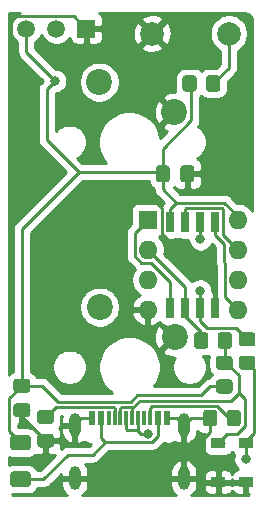
<source format=gbr>
%TF.GenerationSoftware,KiCad,Pcbnew,(5.1.10)-1*%
%TF.CreationDate,2021-10-19T23:48:12-04:00*%
%TF.ProjectId,milk,6d696c6b-2e6b-4696-9361-645f70636258,rev?*%
%TF.SameCoordinates,Original*%
%TF.FileFunction,Copper,L1,Top*%
%TF.FilePolarity,Positive*%
%FSLAX46Y46*%
G04 Gerber Fmt 4.6, Leading zero omitted, Abs format (unit mm)*
G04 Created by KiCad (PCBNEW (5.1.10)-1) date 2021-10-19 23:48:12*
%MOMM*%
%LPD*%
G01*
G04 APERTURE LIST*
%TA.AperFunction,ComponentPad*%
%ADD10O,1.600000X1.600000*%
%TD*%
%TA.AperFunction,ComponentPad*%
%ADD11R,1.600000X1.600000*%
%TD*%
%TA.AperFunction,ComponentPad*%
%ADD12C,2.200000*%
%TD*%
%TA.AperFunction,SMDPad,CuDef*%
%ADD13R,0.300000X1.300000*%
%TD*%
%TA.AperFunction,SMDPad,CuDef*%
%ADD14R,0.600000X1.300000*%
%TD*%
%TA.AperFunction,ComponentPad*%
%ADD15O,1.000000X2.000000*%
%TD*%
%TA.AperFunction,ComponentPad*%
%ADD16C,2.000000*%
%TD*%
%TA.AperFunction,SMDPad,CuDef*%
%ADD17R,0.650000X1.700000*%
%TD*%
%TA.AperFunction,SMDPad,CuDef*%
%ADD18R,1.200000X0.900000*%
%TD*%
%TA.AperFunction,ComponentPad*%
%ADD19R,1.500000X1.500000*%
%TD*%
%TA.AperFunction,ComponentPad*%
%ADD20C,1.500000*%
%TD*%
%TA.AperFunction,ViaPad*%
%ADD21C,0.800000*%
%TD*%
%TA.AperFunction,Conductor*%
%ADD22C,0.250000*%
%TD*%
%TA.AperFunction,Conductor*%
%ADD23C,0.254000*%
%TD*%
%TA.AperFunction,Conductor*%
%ADD24C,0.100000*%
%TD*%
G04 APERTURE END LIST*
%TO.P,C2,2*%
%TO.N,+5V*%
%TA.AperFunction,SMDPad,CuDef*%
G36*
G01*
X198069220Y-89810080D02*
X197119220Y-89810080D01*
G75*
G02*
X196869220Y-89560080I0J250000D01*
G01*
X196869220Y-88885080D01*
G75*
G02*
X197119220Y-88635080I250000J0D01*
G01*
X198069220Y-88635080D01*
G75*
G02*
X198319220Y-88885080I0J-250000D01*
G01*
X198319220Y-89560080D01*
G75*
G02*
X198069220Y-89810080I-250000J0D01*
G01*
G37*
%TD.AperFunction*%
%TO.P,C2,1*%
%TO.N,GND*%
%TA.AperFunction,SMDPad,CuDef*%
G36*
G01*
X198069220Y-91885080D02*
X197119220Y-91885080D01*
G75*
G02*
X196869220Y-91635080I0J250000D01*
G01*
X196869220Y-90960080D01*
G75*
G02*
X197119220Y-90710080I250000J0D01*
G01*
X198069220Y-90710080D01*
G75*
G02*
X198319220Y-90960080I0J-250000D01*
G01*
X198319220Y-91635080D01*
G75*
G02*
X198069220Y-91885080I-250000J0D01*
G01*
G37*
%TD.AperFunction*%
%TD*%
D10*
%TO.P,J3,8*%
%TO.N,+5V*%
X215884760Y-75176380D03*
%TO.P,J3,4*%
%TO.N,GND*%
X208264760Y-82796380D03*
%TO.P,J3,7*%
%TO.N,RGB*%
X215884760Y-77716380D03*
%TO.P,J3,3*%
%TO.N,PB4*%
X208264760Y-80256380D03*
%TO.P,J3,6*%
%TO.N,PB1*%
X215884760Y-80256380D03*
%TO.P,J3,2*%
%TO.N,PB3*%
X208264760Y-77716380D03*
%TO.P,J3,5*%
%TO.N,PB0*%
X215884760Y-82796380D03*
D11*
%TO.P,J3,1*%
%TO.N,RST*%
X208264760Y-75176380D03*
%TD*%
D12*
%TO.P,SW2,2*%
%TO.N,GND*%
X210512660Y-66060320D03*
%TO.P,SW2,1*%
%TO.N,PB1*%
X204162660Y-63520320D03*
%TD*%
%TO.P,SW1,2*%
%TO.N,GND*%
X210522820Y-85107780D03*
%TO.P,SW1,1*%
%TO.N,PB0*%
X204172820Y-82567780D03*
%TD*%
D13*
%TO.P,J1,B5*%
%TO.N,Net-(J1-PadB5)*%
X208445040Y-91994080D03*
%TO.P,J1,A8*%
%TO.N,N/C*%
X207945040Y-91994080D03*
%TO.P,J1,B6*%
%TO.N,D+*%
X207445040Y-91994080D03*
%TO.P,J1,A7*%
%TO.N,D-*%
X206945040Y-91994080D03*
%TO.P,J1,A6*%
%TO.N,D+*%
X206445040Y-91994080D03*
%TO.P,J1,B7*%
%TO.N,D-*%
X205945040Y-91994080D03*
%TO.P,J1,A5*%
%TO.N,Net-(J1-PadA5)*%
X205445040Y-91994080D03*
%TO.P,J1,B8*%
%TO.N,N/C*%
X204945040Y-91994080D03*
D14*
%TO.P,J1,B4*%
%TO.N,VCC*%
X209095040Y-91994080D03*
%TO.P,J1,B1*%
%TO.N,GND*%
X209895040Y-91994080D03*
%TO.P,J1,A4*%
%TO.N,VCC*%
X204295040Y-91994080D03*
%TO.P,J1,A1*%
%TO.N,GND*%
X203495040Y-91994080D03*
D15*
%TO.P,J1,S1*%
X211305040Y-92554080D03*
X202085040Y-92554080D03*
X202085040Y-97054080D03*
X211305040Y-97054080D03*
%TD*%
%TO.P,R6,2*%
%TO.N,+5V*%
%TA.AperFunction,SMDPad,CuDef*%
G36*
G01*
X212397900Y-63184619D02*
X212397900Y-64084621D01*
G75*
G02*
X212147901Y-64334620I-249999J0D01*
G01*
X211447899Y-64334620D01*
G75*
G02*
X211197900Y-64084621I0J249999D01*
G01*
X211197900Y-63184619D01*
G75*
G02*
X211447899Y-62934620I249999J0D01*
G01*
X212147901Y-62934620D01*
G75*
G02*
X212397900Y-63184619I0J-249999D01*
G01*
G37*
%TD.AperFunction*%
%TO.P,R6,1*%
%TO.N,RST*%
%TA.AperFunction,SMDPad,CuDef*%
G36*
G01*
X214397900Y-63184619D02*
X214397900Y-64084621D01*
G75*
G02*
X214147901Y-64334620I-249999J0D01*
G01*
X213447899Y-64334620D01*
G75*
G02*
X213197900Y-64084621I0J249999D01*
G01*
X213197900Y-63184619D01*
G75*
G02*
X213447899Y-62934620I249999J0D01*
G01*
X214147901Y-62934620D01*
G75*
G02*
X214397900Y-63184619I0J-249999D01*
G01*
G37*
%TD.AperFunction*%
%TD*%
D16*
%TO.P,SW3,2*%
%TO.N,GND*%
X208625440Y-59405520D03*
%TO.P,SW3,1*%
%TO.N,RST*%
X215125440Y-59405520D03*
%TD*%
D17*
%TO.P,U1,8*%
%TO.N,+5V*%
X210151980Y-75364320D03*
%TO.P,U1,7*%
%TO.N,RGB*%
X211421980Y-75364320D03*
%TO.P,U1,6*%
%TO.N,PB1*%
X212691980Y-75364320D03*
%TO.P,U1,5*%
%TO.N,PB0*%
X213961980Y-75364320D03*
%TO.P,U1,4*%
%TO.N,GND*%
X213961980Y-82664320D03*
%TO.P,U1,3*%
%TO.N,PB4*%
X212691980Y-82664320D03*
%TO.P,U1,2*%
%TO.N,PB3*%
X211421980Y-82664320D03*
%TO.P,U1,1*%
%TO.N,RST*%
X210151980Y-82664320D03*
%TD*%
%TO.P,R5,2*%
%TO.N,D-*%
%TA.AperFunction,SMDPad,CuDef*%
G36*
G01*
X215184141Y-87885320D02*
X214284139Y-87885320D01*
G75*
G02*
X214034140Y-87635321I0J249999D01*
G01*
X214034140Y-86935319D01*
G75*
G02*
X214284139Y-86685320I249999J0D01*
G01*
X215184141Y-86685320D01*
G75*
G02*
X215434140Y-86935319I0J-249999D01*
G01*
X215434140Y-87635321D01*
G75*
G02*
X215184141Y-87885320I-249999J0D01*
G01*
G37*
%TD.AperFunction*%
%TO.P,R5,1*%
%TO.N,+5V*%
%TA.AperFunction,SMDPad,CuDef*%
G36*
G01*
X215184141Y-89885320D02*
X214284139Y-89885320D01*
G75*
G02*
X214034140Y-89635321I0J249999D01*
G01*
X214034140Y-88935319D01*
G75*
G02*
X214284139Y-88685320I249999J0D01*
G01*
X215184141Y-88685320D01*
G75*
G02*
X215434140Y-88935319I0J-249999D01*
G01*
X215434140Y-89635321D01*
G75*
G02*
X215184141Y-89885320I-249999J0D01*
G01*
G37*
%TD.AperFunction*%
%TD*%
%TO.P,R4,2*%
%TO.N,D+*%
%TA.AperFunction,SMDPad,CuDef*%
G36*
G01*
X216224699Y-86695740D02*
X217124701Y-86695740D01*
G75*
G02*
X217374700Y-86945739I0J-249999D01*
G01*
X217374700Y-87645741D01*
G75*
G02*
X217124701Y-87895740I-249999J0D01*
G01*
X216224699Y-87895740D01*
G75*
G02*
X215974700Y-87645741I0J249999D01*
G01*
X215974700Y-86945739D01*
G75*
G02*
X216224699Y-86695740I249999J0D01*
G01*
G37*
%TD.AperFunction*%
%TO.P,R4,1*%
%TO.N,PB4*%
%TA.AperFunction,SMDPad,CuDef*%
G36*
G01*
X216224300Y-84695740D02*
X217125100Y-84695740D01*
G75*
G02*
X217374700Y-84945340I0J-249600D01*
G01*
X217374700Y-85646140D01*
G75*
G02*
X217125100Y-85895740I-249600J0D01*
G01*
X216224300Y-85895740D01*
G75*
G02*
X215974700Y-85646140I0J249600D01*
G01*
X215974700Y-84945340D01*
G75*
G02*
X216224300Y-84695740I249600J0D01*
G01*
G37*
%TD.AperFunction*%
%TD*%
%TO.P,R3,2*%
%TO.N,D-*%
%TA.AperFunction,SMDPad,CuDef*%
G36*
G01*
X214184940Y-85847341D02*
X214184940Y-84947339D01*
G75*
G02*
X214434939Y-84697340I249999J0D01*
G01*
X215134941Y-84697340D01*
G75*
G02*
X215384940Y-84947339I0J-249999D01*
G01*
X215384940Y-85847341D01*
G75*
G02*
X215134941Y-86097340I-249999J0D01*
G01*
X214434939Y-86097340D01*
G75*
G02*
X214184940Y-85847341I0J249999D01*
G01*
G37*
%TD.AperFunction*%
%TO.P,R3,1*%
%TO.N,PB3*%
%TA.AperFunction,SMDPad,CuDef*%
G36*
G01*
X212184940Y-85847740D02*
X212184940Y-84946940D01*
G75*
G02*
X212434540Y-84697340I249600J0D01*
G01*
X213135340Y-84697340D01*
G75*
G02*
X213384940Y-84946940I0J-249600D01*
G01*
X213384940Y-85847740D01*
G75*
G02*
X213135340Y-86097340I-249600J0D01*
G01*
X212434540Y-86097340D01*
G75*
G02*
X212184940Y-85847740I0J249600D01*
G01*
G37*
%TD.AperFunction*%
%TD*%
%TO.P,R2,2*%
%TO.N,Net-(J1-PadB5)*%
%TA.AperFunction,SMDPad,CuDef*%
G36*
G01*
X214936780Y-92418321D02*
X214936780Y-91518319D01*
G75*
G02*
X215186779Y-91268320I249999J0D01*
G01*
X215886781Y-91268320D01*
G75*
G02*
X216136780Y-91518319I0J-249999D01*
G01*
X216136780Y-92418321D01*
G75*
G02*
X215886781Y-92668320I-249999J0D01*
G01*
X215186779Y-92668320D01*
G75*
G02*
X214936780Y-92418321I0J249999D01*
G01*
G37*
%TD.AperFunction*%
%TO.P,R2,1*%
%TO.N,GND*%
%TA.AperFunction,SMDPad,CuDef*%
G36*
G01*
X212936780Y-92418321D02*
X212936780Y-91518319D01*
G75*
G02*
X213186779Y-91268320I249999J0D01*
G01*
X213886781Y-91268320D01*
G75*
G02*
X214136780Y-91518319I0J-249999D01*
G01*
X214136780Y-92418321D01*
G75*
G02*
X213886781Y-92668320I-249999J0D01*
G01*
X213186779Y-92668320D01*
G75*
G02*
X212936780Y-92418321I0J249999D01*
G01*
G37*
%TD.AperFunction*%
%TD*%
%TO.P,R1,2*%
%TO.N,Net-(J1-PadA5)*%
%TA.AperFunction,SMDPad,CuDef*%
G36*
G01*
X200053361Y-92477640D02*
X199153359Y-92477640D01*
G75*
G02*
X198903360Y-92227641I0J249999D01*
G01*
X198903360Y-91527639D01*
G75*
G02*
X199153359Y-91277640I249999J0D01*
G01*
X200053361Y-91277640D01*
G75*
G02*
X200303360Y-91527639I0J-249999D01*
G01*
X200303360Y-92227641D01*
G75*
G02*
X200053361Y-92477640I-249999J0D01*
G01*
G37*
%TD.AperFunction*%
%TO.P,R1,1*%
%TO.N,GND*%
%TA.AperFunction,SMDPad,CuDef*%
G36*
G01*
X200053361Y-94477640D02*
X199153359Y-94477640D01*
G75*
G02*
X198903360Y-94227641I0J249999D01*
G01*
X198903360Y-93527639D01*
G75*
G02*
X199153359Y-93277640I249999J0D01*
G01*
X200053361Y-93277640D01*
G75*
G02*
X200303360Y-93527639I0J-249999D01*
G01*
X200303360Y-94227641D01*
G75*
G02*
X200053361Y-94477640I-249999J0D01*
G01*
G37*
%TD.AperFunction*%
%TD*%
%TO.P,F1,2*%
%TO.N,VCC*%
%TA.AperFunction,SMDPad,CuDef*%
G36*
G01*
X196857459Y-96485880D02*
X198107461Y-96485880D01*
G75*
G02*
X198357460Y-96735879I0J-249999D01*
G01*
X198357460Y-97535881D01*
G75*
G02*
X198107461Y-97785880I-249999J0D01*
G01*
X196857459Y-97785880D01*
G75*
G02*
X196607460Y-97535881I0J249999D01*
G01*
X196607460Y-96735879D01*
G75*
G02*
X196857459Y-96485880I249999J0D01*
G01*
G37*
%TD.AperFunction*%
%TO.P,F1,1*%
%TO.N,+5V*%
%TA.AperFunction,SMDPad,CuDef*%
G36*
G01*
X196857459Y-93385880D02*
X198107461Y-93385880D01*
G75*
G02*
X198357460Y-93635879I0J-249999D01*
G01*
X198357460Y-94435881D01*
G75*
G02*
X198107461Y-94685880I-249999J0D01*
G01*
X196857459Y-94685880D01*
G75*
G02*
X196607460Y-94435881I0J249999D01*
G01*
X196607460Y-93635879D01*
G75*
G02*
X196857459Y-93385880I249999J0D01*
G01*
G37*
%TD.AperFunction*%
%TD*%
D18*
%TO.P,D2,2*%
%TO.N,GND*%
X216568020Y-97379060D03*
%TO.P,D2,1*%
%TO.N,D+*%
X216568020Y-94079060D03*
%TD*%
%TO.P,D1,2*%
%TO.N,GND*%
X214215980Y-97379060D03*
%TO.P,D1,1*%
%TO.N,D-*%
X214215980Y-94079060D03*
%TD*%
%TO.P,C1,2*%
%TO.N,GND*%
%TA.AperFunction,SMDPad,CuDef*%
G36*
G01*
X211017360Y-71755020D02*
X211017360Y-70805020D01*
G75*
G02*
X211267360Y-70555020I250000J0D01*
G01*
X211942360Y-70555020D01*
G75*
G02*
X212192360Y-70805020I0J-250000D01*
G01*
X212192360Y-71755020D01*
G75*
G02*
X211942360Y-72005020I-250000J0D01*
G01*
X211267360Y-72005020D01*
G75*
G02*
X211017360Y-71755020I0J250000D01*
G01*
G37*
%TD.AperFunction*%
%TO.P,C1,1*%
%TO.N,+5V*%
%TA.AperFunction,SMDPad,CuDef*%
G36*
G01*
X208942360Y-71755020D02*
X208942360Y-70805020D01*
G75*
G02*
X209192360Y-70555020I250000J0D01*
G01*
X209867360Y-70555020D01*
G75*
G02*
X210117360Y-70805020I0J-250000D01*
G01*
X210117360Y-71755020D01*
G75*
G02*
X209867360Y-72005020I-250000J0D01*
G01*
X209192360Y-72005020D01*
G75*
G02*
X208942360Y-71755020I0J250000D01*
G01*
G37*
%TD.AperFunction*%
%TD*%
D19*
%TO.P,J2,1*%
%TO.N,GND*%
X203065380Y-58988960D03*
D20*
%TO.P,J2,2*%
%TO.N,RGB*%
X200525380Y-58988960D03*
%TO.P,J2,3*%
%TO.N,+5V*%
X197985380Y-58988960D03*
%TD*%
D21*
%TO.N,GND*%
X199044560Y-86047580D03*
X197759320Y-70645020D03*
X202196700Y-80733900D03*
X209903060Y-88612980D03*
X206781400Y-97779840D03*
X213550500Y-66979800D03*
X208239360Y-62654180D03*
X202565000Y-66019680D03*
X211038440Y-77901800D03*
X214891620Y-71084440D03*
X197048120Y-61432440D03*
%TO.N,+5V*%
X200426320Y-63408560D03*
%TO.N,D+*%
X216547700Y-95460820D03*
X208252060Y-93276420D03*
%TO.N,PB4*%
X212686900Y-81170780D03*
%TO.N,PB1*%
X212719920Y-76827380D03*
%TD*%
D22*
%TO.N,GND*%
X202645040Y-91994080D02*
X202085040Y-92554080D01*
X203495040Y-91994080D02*
X202645040Y-91994080D01*
X210745040Y-91994080D02*
X211305040Y-92554080D01*
X209895040Y-91994080D02*
X210745040Y-91994080D01*
X197594220Y-91297580D02*
X198204000Y-91297580D01*
X210512660Y-66060320D02*
X210512660Y-65618360D01*
X210512660Y-65618360D02*
X210952080Y-65178940D01*
X211890800Y-91968320D02*
X211305040Y-92554080D01*
X213536780Y-91968320D02*
X211890800Y-91968320D01*
X213536780Y-93123258D02*
X213536780Y-91968320D01*
X211305040Y-95354998D02*
X213536780Y-93123258D01*
X211305040Y-97054080D02*
X211305040Y-95354998D01*
X196784541Y-57913959D02*
X201990379Y-57913959D01*
X196648121Y-58050379D02*
X196784541Y-57913959D01*
X196648121Y-61032441D02*
X196648121Y-58050379D01*
X201990379Y-57913959D02*
X203065380Y-58988960D01*
X197048120Y-61432440D02*
X196648121Y-61032441D01*
X209501979Y-76365339D02*
X209501979Y-74219039D01*
X211038440Y-77901800D02*
X209501979Y-76365339D01*
X209501979Y-74219039D02*
X208597500Y-73314560D01*
X197594220Y-91868500D02*
X197594220Y-91297580D01*
X197696200Y-91970480D02*
X197696200Y-92197300D01*
X199603360Y-93877640D02*
X197696200Y-91970480D01*
X197696200Y-91970480D02*
X197594220Y-91868500D01*
X197696200Y-92197300D02*
X198084440Y-92585540D01*
%TO.N,VCC*%
X204295040Y-93637080D02*
X204295040Y-91994080D01*
X208600061Y-94001421D02*
X204659381Y-94001421D01*
X204659381Y-94001421D02*
X204295040Y-93637080D01*
X209095040Y-93506442D02*
X208600061Y-94001421D01*
X209095040Y-91994080D02*
X209095040Y-93506442D01*
X201498200Y-95056960D02*
X203603842Y-95056960D01*
X203603842Y-95056960D02*
X204659381Y-94001421D01*
X199419280Y-97135880D02*
X201498200Y-95056960D01*
X197482460Y-97135880D02*
X199419280Y-97135880D01*
%TO.N,+5V*%
X215884760Y-74890688D02*
X215884760Y-75176380D01*
X214733382Y-73739310D02*
X215884760Y-74890688D01*
X210676990Y-73739310D02*
X214733382Y-73739310D01*
X210151980Y-74264320D02*
X210676990Y-73739310D01*
X210151980Y-75364320D02*
X210151980Y-74264320D01*
X196544210Y-93097630D02*
X197482460Y-94035880D01*
X196544210Y-90272590D02*
X196544210Y-93097630D01*
X197594220Y-89222580D02*
X196544210Y-90272590D01*
X209529860Y-72592180D02*
X210676990Y-73739310D01*
X209529860Y-71280020D02*
X209529860Y-72592180D01*
X215884760Y-75176380D02*
X215884760Y-75244960D01*
X214656160Y-89207340D02*
X214734140Y-89285320D01*
X197985380Y-60967620D02*
X200426320Y-63408560D01*
X197985380Y-58988960D02*
X197985380Y-60967620D01*
X197594220Y-89222580D02*
X199300811Y-89222580D01*
X199300811Y-89222580D02*
X200647300Y-90569069D01*
X200647300Y-90569069D02*
X206848639Y-90569069D01*
X214734140Y-89285320D02*
X213543930Y-89285320D01*
X207374418Y-90043290D02*
X206848639Y-90569069D01*
X212785960Y-90043290D02*
X207374418Y-90043290D01*
X213543930Y-89285320D02*
X212785960Y-90043290D01*
X211937661Y-63774381D02*
X211797900Y-63634620D01*
X211937661Y-66744321D02*
X211937661Y-63774381D01*
X209529860Y-69152122D02*
X211937661Y-66744321D01*
X209529860Y-71280020D02*
X209529860Y-69152122D01*
X199697340Y-68414002D02*
X199697340Y-64137540D01*
X199697340Y-64137540D02*
X200426320Y-63408560D01*
X202411977Y-71128639D02*
X199697340Y-68414002D01*
X209378479Y-71128639D02*
X202411977Y-71128639D01*
X209529860Y-71280020D02*
X209378479Y-71128639D01*
X197594220Y-76332080D02*
X197594220Y-89222580D01*
X202411977Y-71133323D02*
X197594220Y-75951080D01*
X197594220Y-75951080D02*
X197594220Y-76332080D01*
X202411977Y-71128639D02*
X202411977Y-71133323D01*
%TO.N,D-*%
X214784940Y-87234520D02*
X214734140Y-87285320D01*
X214784940Y-85397340D02*
X214784940Y-87234520D01*
X214734140Y-87285320D02*
X214734140Y-87672130D01*
X205945040Y-91109078D02*
X205945040Y-91994080D01*
X206035039Y-91019079D02*
X205945040Y-91109078D01*
X206855041Y-91019079D02*
X206035039Y-91019079D01*
X206945040Y-91109078D02*
X206855041Y-91019079D01*
X206945040Y-91994080D02*
X206945040Y-91109078D01*
X215051090Y-87285320D02*
X214734140Y-87285320D01*
X214215980Y-94079060D02*
X214365980Y-94079060D01*
X214215980Y-94079060D02*
X214706490Y-94079060D01*
X214897460Y-87285320D02*
X215948260Y-88336120D01*
X214734140Y-87285320D02*
X214897460Y-87285320D01*
X207560818Y-90493300D02*
X206945040Y-91109078D01*
X215289680Y-90493300D02*
X207560818Y-90493300D01*
X215948260Y-89834720D02*
X215289680Y-90493300D01*
X215948260Y-88336120D02*
X215948260Y-89834720D01*
X216461790Y-90348250D02*
X215948260Y-89834720D01*
X215814231Y-93304059D02*
X216461790Y-92656500D01*
X216461790Y-92656500D02*
X216461790Y-90348250D01*
X214990981Y-93304059D02*
X215814231Y-93304059D01*
X214215980Y-94079060D02*
X214990981Y-93304059D01*
%TO.N,D+*%
X216568020Y-87402420D02*
X216674700Y-87295740D01*
X207445040Y-92879082D02*
X207445040Y-91994080D01*
X207355041Y-92969081D02*
X207445040Y-92879082D01*
X206535039Y-92969081D02*
X207355041Y-92969081D01*
X206445040Y-92879082D02*
X206535039Y-92969081D01*
X206445040Y-91994080D02*
X206445040Y-92879082D01*
X207662380Y-93276420D02*
X207355041Y-92969081D01*
X208252060Y-93276420D02*
X207662380Y-93276420D01*
X216547700Y-94099380D02*
X216568020Y-94079060D01*
X216547700Y-95460820D02*
X216547700Y-94099380D01*
X217223340Y-87844380D02*
X216674700Y-87295740D01*
X217223340Y-93223080D02*
X217223340Y-87844380D01*
X216568020Y-93878400D02*
X217223340Y-93223080D01*
X216568020Y-94079060D02*
X216568020Y-93878400D01*
%TO.N,Net-(J1-PadB5)*%
X208445040Y-91109078D02*
X208445040Y-91994080D01*
X208610808Y-90943310D02*
X208445040Y-91109078D01*
X214124960Y-90943310D02*
X208610808Y-90943310D01*
X215149970Y-91968320D02*
X214124960Y-90943310D01*
X215536780Y-91968320D02*
X215149970Y-91968320D01*
%TO.N,Net-(J1-PadA5)*%
X200461921Y-91019079D02*
X199603360Y-91877640D01*
X205355041Y-91019079D02*
X200461921Y-91019079D01*
X205445040Y-91109078D02*
X205355041Y-91019079D01*
X205445040Y-91994080D02*
X205445040Y-91109078D01*
%TO.N,RST*%
X207139759Y-78256381D02*
X207139759Y-76301381D01*
X207724759Y-78841381D02*
X207139759Y-78256381D01*
X208514763Y-78841381D02*
X207724759Y-78841381D01*
X207139759Y-76301381D02*
X208264760Y-75176380D01*
X210151980Y-80478598D02*
X208514763Y-78841381D01*
X210151980Y-82664320D02*
X210151980Y-80478598D01*
X215125440Y-62307080D02*
X213797900Y-63634620D01*
X215125440Y-59405520D02*
X215125440Y-62307080D01*
%TO.N,RGB*%
X211421980Y-74874318D02*
X211421980Y-75364320D01*
X214611981Y-76443601D02*
X215884760Y-77716380D01*
X214611981Y-74254319D02*
X214611981Y-76443601D01*
X214546981Y-74189319D02*
X214611981Y-74254319D01*
X211496981Y-74189319D02*
X214546981Y-74189319D01*
X211421980Y-74264320D02*
X211496981Y-74189319D01*
X211421980Y-75364320D02*
X211421980Y-74264320D01*
%TO.N,PB3*%
X211421980Y-80873600D02*
X211421980Y-82664320D01*
X208264760Y-77716380D02*
X211421980Y-80873600D01*
X211421980Y-83334380D02*
X211421980Y-82664320D01*
X212784940Y-84697340D02*
X211421980Y-83334380D01*
X212784940Y-85397340D02*
X212784940Y-84697340D01*
%TO.N,PB4*%
X212691980Y-81175860D02*
X212686900Y-81170780D01*
X212691980Y-82664320D02*
X212691980Y-81175860D01*
X212691980Y-83764320D02*
X212691980Y-82664320D01*
X215751290Y-84372330D02*
X213299990Y-84372330D01*
X213299990Y-84372330D02*
X212691980Y-83764320D01*
X216674700Y-85295740D02*
X215751290Y-84372330D01*
%TO.N,PB0*%
X214759759Y-81671379D02*
X214759759Y-78793559D01*
X215884760Y-82796380D02*
X214759759Y-81671379D01*
X213961980Y-76430010D02*
X213961980Y-75364320D01*
X214731600Y-77199630D02*
X213961980Y-76430010D01*
X214731600Y-78765400D02*
X214731600Y-77199630D01*
X214759759Y-78793559D02*
X214731600Y-78765400D01*
%TO.N,PB1*%
X212719920Y-75392260D02*
X212691980Y-75364320D01*
X212719920Y-76827380D02*
X212719920Y-75392260D01*
%TD*%
D23*
%TO.N,GND*%
X211432040Y-92427080D02*
X211452040Y-92427080D01*
X211452040Y-92681080D01*
X211432040Y-92681080D01*
X211432040Y-94022034D01*
X211606914Y-94148199D01*
X211830016Y-94068356D01*
X212017804Y-93946449D01*
X212178201Y-93790249D01*
X212305043Y-93605758D01*
X212393455Y-93400067D01*
X212440040Y-93181080D01*
X212440040Y-93063996D01*
X212485595Y-93119505D01*
X212582286Y-93198857D01*
X212692600Y-93257822D01*
X212812298Y-93294132D01*
X212936780Y-93306392D01*
X213069123Y-93305098D01*
X213026478Y-93384880D01*
X212990168Y-93504578D01*
X212977908Y-93629060D01*
X212977908Y-94529060D01*
X212990168Y-94653542D01*
X213026478Y-94773240D01*
X213085443Y-94883554D01*
X213164795Y-94980245D01*
X213261486Y-95059597D01*
X213371800Y-95118562D01*
X213491498Y-95154872D01*
X213615980Y-95167132D01*
X214815980Y-95167132D01*
X214940462Y-95154872D01*
X215060160Y-95118562D01*
X215170474Y-95059597D01*
X215267165Y-94980245D01*
X215346517Y-94883554D01*
X215392000Y-94798463D01*
X215437483Y-94883554D01*
X215516835Y-94980245D01*
X215598667Y-95047403D01*
X215552474Y-95158922D01*
X215512700Y-95358881D01*
X215512700Y-95562759D01*
X215552474Y-95762718D01*
X215630495Y-95951076D01*
X215743763Y-96120594D01*
X215887926Y-96264757D01*
X215932430Y-96294493D01*
X215843538Y-96303248D01*
X215723840Y-96339558D01*
X215613526Y-96398523D01*
X215516835Y-96477875D01*
X215437483Y-96574566D01*
X215392000Y-96659657D01*
X215346517Y-96574566D01*
X215267165Y-96477875D01*
X215170474Y-96398523D01*
X215060160Y-96339558D01*
X214940462Y-96303248D01*
X214815980Y-96290988D01*
X214501730Y-96294060D01*
X214342980Y-96452810D01*
X214342980Y-97252060D01*
X215292230Y-97252060D01*
X215392000Y-97152290D01*
X215491770Y-97252060D01*
X216441020Y-97252060D01*
X216441020Y-97232060D01*
X216695020Y-97232060D01*
X216695020Y-97252060D01*
X216715020Y-97252060D01*
X216715020Y-97506060D01*
X216695020Y-97506060D01*
X216695020Y-98305310D01*
X216807049Y-98417339D01*
X216744760Y-98451019D01*
X216631624Y-98486040D01*
X216483579Y-98501600D01*
X211932848Y-98501600D01*
X212017804Y-98446449D01*
X212178201Y-98290249D01*
X212305043Y-98105758D01*
X212393455Y-97900067D01*
X212408560Y-97829060D01*
X212977908Y-97829060D01*
X212990168Y-97953542D01*
X213026478Y-98073240D01*
X213085443Y-98183554D01*
X213164795Y-98280245D01*
X213261486Y-98359597D01*
X213371800Y-98418562D01*
X213491498Y-98454872D01*
X213615980Y-98467132D01*
X213930230Y-98464060D01*
X214088980Y-98305310D01*
X214088980Y-97506060D01*
X214342980Y-97506060D01*
X214342980Y-98305310D01*
X214501730Y-98464060D01*
X214815980Y-98467132D01*
X214940462Y-98454872D01*
X215060160Y-98418562D01*
X215170474Y-98359597D01*
X215267165Y-98280245D01*
X215346517Y-98183554D01*
X215392000Y-98098463D01*
X215437483Y-98183554D01*
X215516835Y-98280245D01*
X215613526Y-98359597D01*
X215723840Y-98418562D01*
X215843538Y-98454872D01*
X215968020Y-98467132D01*
X216282270Y-98464060D01*
X216441020Y-98305310D01*
X216441020Y-97506060D01*
X215491770Y-97506060D01*
X215392000Y-97605830D01*
X215292230Y-97506060D01*
X214342980Y-97506060D01*
X214088980Y-97506060D01*
X213139730Y-97506060D01*
X212980980Y-97664810D01*
X212977908Y-97829060D01*
X212408560Y-97829060D01*
X212440040Y-97681080D01*
X212440040Y-97181080D01*
X211432040Y-97181080D01*
X211432040Y-97201080D01*
X211178040Y-97201080D01*
X211178040Y-97181080D01*
X210170040Y-97181080D01*
X210170040Y-97681080D01*
X210216625Y-97900067D01*
X210305037Y-98105758D01*
X210431879Y-98290249D01*
X210592276Y-98446449D01*
X210677232Y-98501600D01*
X202712848Y-98501600D01*
X202797804Y-98446449D01*
X202958201Y-98290249D01*
X203085043Y-98105758D01*
X203173455Y-97900067D01*
X203220040Y-97681080D01*
X203220040Y-97181080D01*
X202212040Y-97181080D01*
X202212040Y-97201080D01*
X201958040Y-97201080D01*
X201958040Y-97181080D01*
X200950040Y-97181080D01*
X200950040Y-97681080D01*
X200996625Y-97900067D01*
X201085037Y-98105758D01*
X201211879Y-98290249D01*
X201372276Y-98446449D01*
X201457232Y-98501600D01*
X197110879Y-98501600D01*
X196960731Y-98486878D01*
X196847354Y-98452647D01*
X196778820Y-98416207D01*
X196857459Y-98423952D01*
X198107461Y-98423952D01*
X198280715Y-98406888D01*
X198447311Y-98356352D01*
X198600847Y-98274285D01*
X198735422Y-98163842D01*
X198845865Y-98029267D01*
X198917162Y-97895880D01*
X199381958Y-97895880D01*
X199419280Y-97899556D01*
X199456602Y-97895880D01*
X199456613Y-97895880D01*
X199568266Y-97884883D01*
X199711527Y-97841426D01*
X199843556Y-97770854D01*
X199959281Y-97675881D01*
X199983084Y-97646877D01*
X200700901Y-96929060D01*
X212977908Y-96929060D01*
X212980980Y-97093310D01*
X213139730Y-97252060D01*
X214088980Y-97252060D01*
X214088980Y-96452810D01*
X213930230Y-96294060D01*
X213615980Y-96290988D01*
X213491498Y-96303248D01*
X213371800Y-96339558D01*
X213261486Y-96398523D01*
X213164795Y-96477875D01*
X213085443Y-96574566D01*
X213026478Y-96684880D01*
X212990168Y-96804578D01*
X212977908Y-96929060D01*
X200700901Y-96929060D01*
X200950040Y-96679921D01*
X200950040Y-96927080D01*
X201958040Y-96927080D01*
X201958040Y-96907080D01*
X202212040Y-96907080D01*
X202212040Y-96927080D01*
X203220040Y-96927080D01*
X203220040Y-96427080D01*
X210170040Y-96427080D01*
X210170040Y-96927080D01*
X211178040Y-96927080D01*
X211178040Y-95586126D01*
X211432040Y-95586126D01*
X211432040Y-96927080D01*
X212440040Y-96927080D01*
X212440040Y-96427080D01*
X212393455Y-96208093D01*
X212305043Y-96002402D01*
X212178201Y-95817911D01*
X212017804Y-95661711D01*
X211830016Y-95539804D01*
X211606914Y-95459961D01*
X211432040Y-95586126D01*
X211178040Y-95586126D01*
X211003166Y-95459961D01*
X210780064Y-95539804D01*
X210592276Y-95661711D01*
X210431879Y-95817911D01*
X210305037Y-96002402D01*
X210216625Y-96208093D01*
X210170040Y-96427080D01*
X203220040Y-96427080D01*
X203173455Y-96208093D01*
X203085043Y-96002402D01*
X202958201Y-95817911D01*
X202957224Y-95816960D01*
X203566520Y-95816960D01*
X203603842Y-95820636D01*
X203641164Y-95816960D01*
X203641175Y-95816960D01*
X203752828Y-95805963D01*
X203896089Y-95762506D01*
X204028118Y-95691934D01*
X204143843Y-95596961D01*
X204167646Y-95567958D01*
X204974183Y-94761421D01*
X208562739Y-94761421D01*
X208600061Y-94765097D01*
X208637383Y-94761421D01*
X208637394Y-94761421D01*
X208749047Y-94750424D01*
X208892308Y-94706967D01*
X209024337Y-94636395D01*
X209140062Y-94541422D01*
X209163865Y-94512418D01*
X209603930Y-94072353D01*
X209693142Y-94109306D01*
X209893101Y-94149080D01*
X210096979Y-94149080D01*
X210296938Y-94109306D01*
X210485296Y-94031285D01*
X210602413Y-93953030D01*
X210780064Y-94068356D01*
X211003166Y-94148199D01*
X211178040Y-94022034D01*
X211178040Y-92681080D01*
X211158040Y-92681080D01*
X211158040Y-92427080D01*
X211178040Y-92427080D01*
X211178040Y-92407080D01*
X211432040Y-92407080D01*
X211432040Y-92427080D01*
%TA.AperFunction,Conductor*%
D24*
G36*
X211432040Y-92427080D02*
G01*
X211452040Y-92427080D01*
X211452040Y-92681080D01*
X211432040Y-92681080D01*
X211432040Y-94022034D01*
X211606914Y-94148199D01*
X211830016Y-94068356D01*
X212017804Y-93946449D01*
X212178201Y-93790249D01*
X212305043Y-93605758D01*
X212393455Y-93400067D01*
X212440040Y-93181080D01*
X212440040Y-93063996D01*
X212485595Y-93119505D01*
X212582286Y-93198857D01*
X212692600Y-93257822D01*
X212812298Y-93294132D01*
X212936780Y-93306392D01*
X213069123Y-93305098D01*
X213026478Y-93384880D01*
X212990168Y-93504578D01*
X212977908Y-93629060D01*
X212977908Y-94529060D01*
X212990168Y-94653542D01*
X213026478Y-94773240D01*
X213085443Y-94883554D01*
X213164795Y-94980245D01*
X213261486Y-95059597D01*
X213371800Y-95118562D01*
X213491498Y-95154872D01*
X213615980Y-95167132D01*
X214815980Y-95167132D01*
X214940462Y-95154872D01*
X215060160Y-95118562D01*
X215170474Y-95059597D01*
X215267165Y-94980245D01*
X215346517Y-94883554D01*
X215392000Y-94798463D01*
X215437483Y-94883554D01*
X215516835Y-94980245D01*
X215598667Y-95047403D01*
X215552474Y-95158922D01*
X215512700Y-95358881D01*
X215512700Y-95562759D01*
X215552474Y-95762718D01*
X215630495Y-95951076D01*
X215743763Y-96120594D01*
X215887926Y-96264757D01*
X215932430Y-96294493D01*
X215843538Y-96303248D01*
X215723840Y-96339558D01*
X215613526Y-96398523D01*
X215516835Y-96477875D01*
X215437483Y-96574566D01*
X215392000Y-96659657D01*
X215346517Y-96574566D01*
X215267165Y-96477875D01*
X215170474Y-96398523D01*
X215060160Y-96339558D01*
X214940462Y-96303248D01*
X214815980Y-96290988D01*
X214501730Y-96294060D01*
X214342980Y-96452810D01*
X214342980Y-97252060D01*
X215292230Y-97252060D01*
X215392000Y-97152290D01*
X215491770Y-97252060D01*
X216441020Y-97252060D01*
X216441020Y-97232060D01*
X216695020Y-97232060D01*
X216695020Y-97252060D01*
X216715020Y-97252060D01*
X216715020Y-97506060D01*
X216695020Y-97506060D01*
X216695020Y-98305310D01*
X216807049Y-98417339D01*
X216744760Y-98451019D01*
X216631624Y-98486040D01*
X216483579Y-98501600D01*
X211932848Y-98501600D01*
X212017804Y-98446449D01*
X212178201Y-98290249D01*
X212305043Y-98105758D01*
X212393455Y-97900067D01*
X212408560Y-97829060D01*
X212977908Y-97829060D01*
X212990168Y-97953542D01*
X213026478Y-98073240D01*
X213085443Y-98183554D01*
X213164795Y-98280245D01*
X213261486Y-98359597D01*
X213371800Y-98418562D01*
X213491498Y-98454872D01*
X213615980Y-98467132D01*
X213930230Y-98464060D01*
X214088980Y-98305310D01*
X214088980Y-97506060D01*
X214342980Y-97506060D01*
X214342980Y-98305310D01*
X214501730Y-98464060D01*
X214815980Y-98467132D01*
X214940462Y-98454872D01*
X215060160Y-98418562D01*
X215170474Y-98359597D01*
X215267165Y-98280245D01*
X215346517Y-98183554D01*
X215392000Y-98098463D01*
X215437483Y-98183554D01*
X215516835Y-98280245D01*
X215613526Y-98359597D01*
X215723840Y-98418562D01*
X215843538Y-98454872D01*
X215968020Y-98467132D01*
X216282270Y-98464060D01*
X216441020Y-98305310D01*
X216441020Y-97506060D01*
X215491770Y-97506060D01*
X215392000Y-97605830D01*
X215292230Y-97506060D01*
X214342980Y-97506060D01*
X214088980Y-97506060D01*
X213139730Y-97506060D01*
X212980980Y-97664810D01*
X212977908Y-97829060D01*
X212408560Y-97829060D01*
X212440040Y-97681080D01*
X212440040Y-97181080D01*
X211432040Y-97181080D01*
X211432040Y-97201080D01*
X211178040Y-97201080D01*
X211178040Y-97181080D01*
X210170040Y-97181080D01*
X210170040Y-97681080D01*
X210216625Y-97900067D01*
X210305037Y-98105758D01*
X210431879Y-98290249D01*
X210592276Y-98446449D01*
X210677232Y-98501600D01*
X202712848Y-98501600D01*
X202797804Y-98446449D01*
X202958201Y-98290249D01*
X203085043Y-98105758D01*
X203173455Y-97900067D01*
X203220040Y-97681080D01*
X203220040Y-97181080D01*
X202212040Y-97181080D01*
X202212040Y-97201080D01*
X201958040Y-97201080D01*
X201958040Y-97181080D01*
X200950040Y-97181080D01*
X200950040Y-97681080D01*
X200996625Y-97900067D01*
X201085037Y-98105758D01*
X201211879Y-98290249D01*
X201372276Y-98446449D01*
X201457232Y-98501600D01*
X197110879Y-98501600D01*
X196960731Y-98486878D01*
X196847354Y-98452647D01*
X196778820Y-98416207D01*
X196857459Y-98423952D01*
X198107461Y-98423952D01*
X198280715Y-98406888D01*
X198447311Y-98356352D01*
X198600847Y-98274285D01*
X198735422Y-98163842D01*
X198845865Y-98029267D01*
X198917162Y-97895880D01*
X199381958Y-97895880D01*
X199419280Y-97899556D01*
X199456602Y-97895880D01*
X199456613Y-97895880D01*
X199568266Y-97884883D01*
X199711527Y-97841426D01*
X199843556Y-97770854D01*
X199959281Y-97675881D01*
X199983084Y-97646877D01*
X200700901Y-96929060D01*
X212977908Y-96929060D01*
X212980980Y-97093310D01*
X213139730Y-97252060D01*
X214088980Y-97252060D01*
X214088980Y-96452810D01*
X213930230Y-96294060D01*
X213615980Y-96290988D01*
X213491498Y-96303248D01*
X213371800Y-96339558D01*
X213261486Y-96398523D01*
X213164795Y-96477875D01*
X213085443Y-96574566D01*
X213026478Y-96684880D01*
X212990168Y-96804578D01*
X212977908Y-96929060D01*
X200700901Y-96929060D01*
X200950040Y-96679921D01*
X200950040Y-96927080D01*
X201958040Y-96927080D01*
X201958040Y-96907080D01*
X202212040Y-96907080D01*
X202212040Y-96927080D01*
X203220040Y-96927080D01*
X203220040Y-96427080D01*
X210170040Y-96427080D01*
X210170040Y-96927080D01*
X211178040Y-96927080D01*
X211178040Y-95586126D01*
X211432040Y-95586126D01*
X211432040Y-96927080D01*
X212440040Y-96927080D01*
X212440040Y-96427080D01*
X212393455Y-96208093D01*
X212305043Y-96002402D01*
X212178201Y-95817911D01*
X212017804Y-95661711D01*
X211830016Y-95539804D01*
X211606914Y-95459961D01*
X211432040Y-95586126D01*
X211178040Y-95586126D01*
X211003166Y-95459961D01*
X210780064Y-95539804D01*
X210592276Y-95661711D01*
X210431879Y-95817911D01*
X210305037Y-96002402D01*
X210216625Y-96208093D01*
X210170040Y-96427080D01*
X203220040Y-96427080D01*
X203173455Y-96208093D01*
X203085043Y-96002402D01*
X202958201Y-95817911D01*
X202957224Y-95816960D01*
X203566520Y-95816960D01*
X203603842Y-95820636D01*
X203641164Y-95816960D01*
X203641175Y-95816960D01*
X203752828Y-95805963D01*
X203896089Y-95762506D01*
X204028118Y-95691934D01*
X204143843Y-95596961D01*
X204167646Y-95567958D01*
X204974183Y-94761421D01*
X208562739Y-94761421D01*
X208600061Y-94765097D01*
X208637383Y-94761421D01*
X208637394Y-94761421D01*
X208749047Y-94750424D01*
X208892308Y-94706967D01*
X209024337Y-94636395D01*
X209140062Y-94541422D01*
X209163865Y-94512418D01*
X209603930Y-94072353D01*
X209693142Y-94109306D01*
X209893101Y-94149080D01*
X210096979Y-94149080D01*
X210296938Y-94109306D01*
X210485296Y-94031285D01*
X210602413Y-93953030D01*
X210780064Y-94068356D01*
X211003166Y-94148199D01*
X211178040Y-94022034D01*
X211178040Y-92681080D01*
X211158040Y-92681080D01*
X211158040Y-92427080D01*
X211178040Y-92427080D01*
X211178040Y-92407080D01*
X211432040Y-92407080D01*
X211432040Y-92427080D01*
G37*
%TD.AperFunction*%
D23*
X200950040Y-91927080D02*
X200950040Y-92427080D01*
X201958040Y-92427080D01*
X201958040Y-92407080D01*
X202212040Y-92407080D01*
X202212040Y-92427080D01*
X202232040Y-92427080D01*
X202232040Y-92681080D01*
X202212040Y-92681080D01*
X202212040Y-94022034D01*
X202386914Y-94148199D01*
X202610016Y-94068356D01*
X202787667Y-93953030D01*
X202904784Y-94031285D01*
X203093142Y-94109306D01*
X203293101Y-94149080D01*
X203436921Y-94149080D01*
X203289041Y-94296960D01*
X201535523Y-94296960D01*
X201498200Y-94293284D01*
X201460877Y-94296960D01*
X201460867Y-94296960D01*
X201349214Y-94307957D01*
X201205953Y-94351414D01*
X201073924Y-94421986D01*
X200958199Y-94516959D01*
X200934745Y-94545538D01*
X200941432Y-94477640D01*
X200938360Y-94163390D01*
X200779610Y-94004640D01*
X199730360Y-94004640D01*
X199730360Y-94953890D01*
X199889110Y-95112640D01*
X200303360Y-95115712D01*
X200371342Y-95109017D01*
X199104479Y-96375880D01*
X198917162Y-96375880D01*
X198845865Y-96242493D01*
X198735422Y-96107918D01*
X198600847Y-95997475D01*
X198447311Y-95915408D01*
X198280715Y-95864872D01*
X198107461Y-95847808D01*
X196857459Y-95847808D01*
X196684205Y-95864872D01*
X196517609Y-95915408D01*
X196468600Y-95941604D01*
X196468600Y-95230156D01*
X196517609Y-95256352D01*
X196684205Y-95306888D01*
X196857459Y-95323952D01*
X198107461Y-95323952D01*
X198280715Y-95306888D01*
X198447311Y-95256352D01*
X198600847Y-95174285D01*
X198711910Y-95083138D01*
X198778878Y-95103452D01*
X198903360Y-95115712D01*
X199317610Y-95112640D01*
X199476360Y-94953890D01*
X199476360Y-94004640D01*
X199456360Y-94004640D01*
X199456360Y-93750640D01*
X199476360Y-93750640D01*
X199476360Y-93730640D01*
X199730360Y-93730640D01*
X199730360Y-93750640D01*
X200779610Y-93750640D01*
X200938360Y-93591890D01*
X200941432Y-93277640D01*
X200929172Y-93153158D01*
X200892862Y-93033460D01*
X200833897Y-92923146D01*
X200754545Y-92826455D01*
X200725084Y-92802277D01*
X200791765Y-92721027D01*
X200813117Y-92681080D01*
X200950040Y-92681080D01*
X200950040Y-93181080D01*
X200996625Y-93400067D01*
X201085037Y-93605758D01*
X201211879Y-93790249D01*
X201372276Y-93946449D01*
X201560064Y-94068356D01*
X201783166Y-94148199D01*
X201958040Y-94022034D01*
X201958040Y-92681080D01*
X200950040Y-92681080D01*
X200813117Y-92681080D01*
X200873832Y-92567491D01*
X200924368Y-92400895D01*
X200941432Y-92227641D01*
X200941432Y-91779079D01*
X200981524Y-91779079D01*
X200950040Y-91927080D01*
%TA.AperFunction,Conductor*%
D24*
G36*
X200950040Y-91927080D02*
G01*
X200950040Y-92427080D01*
X201958040Y-92427080D01*
X201958040Y-92407080D01*
X202212040Y-92407080D01*
X202212040Y-92427080D01*
X202232040Y-92427080D01*
X202232040Y-92681080D01*
X202212040Y-92681080D01*
X202212040Y-94022034D01*
X202386914Y-94148199D01*
X202610016Y-94068356D01*
X202787667Y-93953030D01*
X202904784Y-94031285D01*
X203093142Y-94109306D01*
X203293101Y-94149080D01*
X203436921Y-94149080D01*
X203289041Y-94296960D01*
X201535523Y-94296960D01*
X201498200Y-94293284D01*
X201460877Y-94296960D01*
X201460867Y-94296960D01*
X201349214Y-94307957D01*
X201205953Y-94351414D01*
X201073924Y-94421986D01*
X200958199Y-94516959D01*
X200934745Y-94545538D01*
X200941432Y-94477640D01*
X200938360Y-94163390D01*
X200779610Y-94004640D01*
X199730360Y-94004640D01*
X199730360Y-94953890D01*
X199889110Y-95112640D01*
X200303360Y-95115712D01*
X200371342Y-95109017D01*
X199104479Y-96375880D01*
X198917162Y-96375880D01*
X198845865Y-96242493D01*
X198735422Y-96107918D01*
X198600847Y-95997475D01*
X198447311Y-95915408D01*
X198280715Y-95864872D01*
X198107461Y-95847808D01*
X196857459Y-95847808D01*
X196684205Y-95864872D01*
X196517609Y-95915408D01*
X196468600Y-95941604D01*
X196468600Y-95230156D01*
X196517609Y-95256352D01*
X196684205Y-95306888D01*
X196857459Y-95323952D01*
X198107461Y-95323952D01*
X198280715Y-95306888D01*
X198447311Y-95256352D01*
X198600847Y-95174285D01*
X198711910Y-95083138D01*
X198778878Y-95103452D01*
X198903360Y-95115712D01*
X199317610Y-95112640D01*
X199476360Y-94953890D01*
X199476360Y-94004640D01*
X199456360Y-94004640D01*
X199456360Y-93750640D01*
X199476360Y-93750640D01*
X199476360Y-93730640D01*
X199730360Y-93730640D01*
X199730360Y-93750640D01*
X200779610Y-93750640D01*
X200938360Y-93591890D01*
X200941432Y-93277640D01*
X200929172Y-93153158D01*
X200892862Y-93033460D01*
X200833897Y-92923146D01*
X200754545Y-92826455D01*
X200725084Y-92802277D01*
X200791765Y-92721027D01*
X200813117Y-92681080D01*
X200950040Y-92681080D01*
X200950040Y-93181080D01*
X200996625Y-93400067D01*
X201085037Y-93605758D01*
X201211879Y-93790249D01*
X201372276Y-93946449D01*
X201560064Y-94068356D01*
X201783166Y-94148199D01*
X201958040Y-94022034D01*
X201958040Y-92681080D01*
X200950040Y-92681080D01*
X200813117Y-92681080D01*
X200873832Y-92567491D01*
X200924368Y-92400895D01*
X200941432Y-92227641D01*
X200941432Y-91779079D01*
X200981524Y-91779079D01*
X200950040Y-91927080D01*
G37*
%TD.AperFunction*%
D23*
X197721220Y-91170580D02*
X197741220Y-91170580D01*
X197741220Y-91424580D01*
X197721220Y-91424580D01*
X197721220Y-92361330D01*
X197879970Y-92520080D01*
X198319220Y-92523152D01*
X198319432Y-92523131D01*
X198332888Y-92567491D01*
X198414955Y-92721027D01*
X198481636Y-92802277D01*
X198458408Y-92821340D01*
X198447311Y-92815408D01*
X198280715Y-92764872D01*
X198107461Y-92747808D01*
X197304210Y-92747808D01*
X197304210Y-92520110D01*
X197308470Y-92520080D01*
X197467220Y-92361330D01*
X197467220Y-91424580D01*
X197447220Y-91424580D01*
X197447220Y-91170580D01*
X197467220Y-91170580D01*
X197467220Y-91150580D01*
X197721220Y-91150580D01*
X197721220Y-91170580D01*
%TA.AperFunction,Conductor*%
D24*
G36*
X197721220Y-91170580D02*
G01*
X197741220Y-91170580D01*
X197741220Y-91424580D01*
X197721220Y-91424580D01*
X197721220Y-92361330D01*
X197879970Y-92520080D01*
X198319220Y-92523152D01*
X198319432Y-92523131D01*
X198332888Y-92567491D01*
X198414955Y-92721027D01*
X198481636Y-92802277D01*
X198458408Y-92821340D01*
X198447311Y-92815408D01*
X198280715Y-92764872D01*
X198107461Y-92747808D01*
X197304210Y-92747808D01*
X197304210Y-92520110D01*
X197308470Y-92520080D01*
X197467220Y-92361330D01*
X197467220Y-91424580D01*
X197447220Y-91424580D01*
X197447220Y-91170580D01*
X197467220Y-91170580D01*
X197467220Y-91150580D01*
X197721220Y-91150580D01*
X197721220Y-91170580D01*
G37*
%TD.AperFunction*%
D23*
X213663780Y-91841320D02*
X213683780Y-91841320D01*
X213683780Y-92095320D01*
X213663780Y-92095320D01*
X213663780Y-92115320D01*
X213409780Y-92115320D01*
X213409780Y-92095320D01*
X213389780Y-92095320D01*
X213389780Y-91841320D01*
X213409780Y-91841320D01*
X213409780Y-91821320D01*
X213663780Y-91821320D01*
X213663780Y-91841320D01*
%TA.AperFunction,Conductor*%
D24*
G36*
X213663780Y-91841320D02*
G01*
X213683780Y-91841320D01*
X213683780Y-92095320D01*
X213663780Y-92095320D01*
X213663780Y-92115320D01*
X213409780Y-92115320D01*
X213409780Y-92095320D01*
X213389780Y-92095320D01*
X213389780Y-91841320D01*
X213409780Y-91841320D01*
X213409780Y-91821320D01*
X213663780Y-91821320D01*
X213663780Y-91841320D01*
G37*
%TD.AperFunction*%
D23*
X208321352Y-71928274D02*
X208371888Y-72094870D01*
X208453955Y-72248406D01*
X208564398Y-72382982D01*
X208698974Y-72493425D01*
X208769861Y-72531315D01*
X208769861Y-72554848D01*
X208766184Y-72592180D01*
X208780858Y-72741165D01*
X208824314Y-72884426D01*
X208894886Y-73016456D01*
X208966061Y-73103182D01*
X208989860Y-73132181D01*
X209018858Y-73155979D01*
X209600809Y-73737931D01*
X209588182Y-73753317D01*
X209588181Y-73753318D01*
X209517006Y-73840044D01*
X209485046Y-73899837D01*
X209419254Y-73845843D01*
X209308940Y-73786878D01*
X209189242Y-73750568D01*
X209064760Y-73738308D01*
X207464760Y-73738308D01*
X207340278Y-73750568D01*
X207220580Y-73786878D01*
X207110266Y-73845843D01*
X207013575Y-73925195D01*
X206934223Y-74021886D01*
X206875258Y-74132200D01*
X206838948Y-74251898D01*
X206826688Y-74376380D01*
X206826688Y-75539651D01*
X206628757Y-75737582D01*
X206599759Y-75761380D01*
X206575961Y-75790378D01*
X206575960Y-75790379D01*
X206504785Y-75877105D01*
X206434213Y-76009135D01*
X206424901Y-76039834D01*
X206391073Y-76151355D01*
X206390757Y-76152396D01*
X206376083Y-76301381D01*
X206379760Y-76338713D01*
X206379759Y-78219058D01*
X206376083Y-78256381D01*
X206379759Y-78293703D01*
X206379759Y-78293713D01*
X206390756Y-78405366D01*
X206419861Y-78501313D01*
X206434213Y-78548627D01*
X206504785Y-78680657D01*
X206544630Y-78729207D01*
X206599758Y-78796382D01*
X206628761Y-78820184D01*
X207150160Y-79341584D01*
X207150123Y-79341621D01*
X206993080Y-79576653D01*
X206884907Y-79837806D01*
X206829760Y-80115045D01*
X206829760Y-80397715D01*
X206884907Y-80674954D01*
X206993080Y-80936107D01*
X207150123Y-81171139D01*
X207350001Y-81371017D01*
X207585033Y-81528060D01*
X207595625Y-81532447D01*
X207409629Y-81643995D01*
X207201241Y-81832966D01*
X207033723Y-82058960D01*
X206913514Y-82313293D01*
X206872856Y-82447341D01*
X206994845Y-82669380D01*
X208137760Y-82669380D01*
X208137760Y-82649380D01*
X208391760Y-82649380D01*
X208391760Y-82669380D01*
X208411760Y-82669380D01*
X208411760Y-82923380D01*
X208391760Y-82923380D01*
X208391760Y-84067004D01*
X208613800Y-84188289D01*
X208878641Y-84093450D01*
X209119891Y-83948765D01*
X209267588Y-83814830D01*
X209296443Y-83868814D01*
X209375795Y-83965505D01*
X209472486Y-84044857D01*
X209582800Y-84103822D01*
X209702498Y-84140132D01*
X209738303Y-84143658D01*
X210522820Y-84928175D01*
X210536963Y-84914033D01*
X210716568Y-85093638D01*
X210702425Y-85107780D01*
X210716568Y-85121923D01*
X210536963Y-85301528D01*
X210522820Y-85287385D01*
X209495713Y-86314492D01*
X209603546Y-86589118D01*
X209910204Y-86739996D01*
X210240405Y-86828149D01*
X210541485Y-86847606D01*
X210476830Y-86944369D01*
X210364888Y-87214622D01*
X210307820Y-87501520D01*
X210307820Y-87794040D01*
X210364888Y-88080938D01*
X210476830Y-88351191D01*
X210639345Y-88594412D01*
X210846188Y-88801255D01*
X211089409Y-88963770D01*
X211359662Y-89075712D01*
X211646560Y-89132780D01*
X211939080Y-89132780D01*
X212225978Y-89075712D01*
X212496231Y-88963770D01*
X212739452Y-88801255D01*
X212946295Y-88594412D01*
X213108810Y-88351191D01*
X213220752Y-88080938D01*
X213277820Y-87794040D01*
X213277820Y-87501520D01*
X213220752Y-87214622D01*
X213108810Y-86944369D01*
X212969189Y-86735412D01*
X213135340Y-86735412D01*
X213308516Y-86718356D01*
X213438337Y-86678975D01*
X213413132Y-86762065D01*
X213396068Y-86935319D01*
X213396068Y-87635321D01*
X213413132Y-87808575D01*
X213463668Y-87975171D01*
X213545735Y-88128707D01*
X213656178Y-88263282D01*
X213683031Y-88285320D01*
X213656178Y-88307358D01*
X213545735Y-88441933D01*
X213500862Y-88525885D01*
X213394944Y-88536317D01*
X213251683Y-88579774D01*
X213119654Y-88650346D01*
X213119652Y-88650347D01*
X213119653Y-88650347D01*
X213032926Y-88721521D01*
X213032922Y-88721525D01*
X213003929Y-88745319D01*
X212980135Y-88774312D01*
X212471158Y-89283290D01*
X208789095Y-89283290D01*
X209047927Y-88895921D01*
X209246559Y-88416381D01*
X209347820Y-87907305D01*
X209347820Y-87388255D01*
X209246559Y-86879179D01*
X209047927Y-86399639D01*
X208759558Y-85968065D01*
X208392535Y-85601042D01*
X207960961Y-85312673D01*
X207607873Y-85166419D01*
X208780411Y-85166419D01*
X208825331Y-85505219D01*
X208935484Y-85828746D01*
X209041482Y-86027054D01*
X209316108Y-86134887D01*
X210343215Y-85107780D01*
X209316108Y-84080673D01*
X209041482Y-84188506D01*
X208890604Y-84495164D01*
X208802451Y-84825365D01*
X208780411Y-85166419D01*
X207607873Y-85166419D01*
X207481421Y-85114041D01*
X206972345Y-85012780D01*
X206453295Y-85012780D01*
X205944219Y-85114041D01*
X205464679Y-85312673D01*
X205033105Y-85601042D01*
X204666082Y-85968065D01*
X204377713Y-86399639D01*
X204179081Y-86879179D01*
X204077820Y-87388255D01*
X204077820Y-87907305D01*
X204179081Y-88416381D01*
X204377713Y-88895921D01*
X204666082Y-89327495D01*
X205033105Y-89694518D01*
X205204542Y-89809069D01*
X200962102Y-89809069D01*
X199864615Y-88711583D01*
X199840812Y-88682579D01*
X199725087Y-88587606D01*
X199593058Y-88517034D01*
X199449797Y-88473577D01*
X199338144Y-88462580D01*
X199338133Y-88462580D01*
X199300811Y-88458904D01*
X199263489Y-88462580D01*
X198845514Y-88462580D01*
X198807625Y-88391694D01*
X198697182Y-88257118D01*
X198562606Y-88146675D01*
X198409070Y-88064608D01*
X198354220Y-88047970D01*
X198354220Y-87501520D01*
X200147820Y-87501520D01*
X200147820Y-87794040D01*
X200204888Y-88080938D01*
X200316830Y-88351191D01*
X200479345Y-88594412D01*
X200686188Y-88801255D01*
X200929409Y-88963770D01*
X201199662Y-89075712D01*
X201486560Y-89132780D01*
X201779080Y-89132780D01*
X202065978Y-89075712D01*
X202336231Y-88963770D01*
X202579452Y-88801255D01*
X202786295Y-88594412D01*
X202948810Y-88351191D01*
X203060752Y-88080938D01*
X203117820Y-87794040D01*
X203117820Y-87501520D01*
X203060752Y-87214622D01*
X202948810Y-86944369D01*
X202786295Y-86701148D01*
X202579452Y-86494305D01*
X202336231Y-86331790D01*
X202065978Y-86219848D01*
X201779080Y-86162780D01*
X201486560Y-86162780D01*
X201199662Y-86219848D01*
X200929409Y-86331790D01*
X200686188Y-86494305D01*
X200479345Y-86701148D01*
X200316830Y-86944369D01*
X200204888Y-87214622D01*
X200147820Y-87501520D01*
X198354220Y-87501520D01*
X198354220Y-82396897D01*
X202437820Y-82396897D01*
X202437820Y-82738663D01*
X202504495Y-83073861D01*
X202635283Y-83389611D01*
X202825157Y-83673778D01*
X203066822Y-83915443D01*
X203350989Y-84105317D01*
X203666739Y-84236105D01*
X204001937Y-84302780D01*
X204343703Y-84302780D01*
X204678901Y-84236105D01*
X204994651Y-84105317D01*
X205278818Y-83915443D01*
X205520483Y-83673778D01*
X205710357Y-83389611D01*
X205811504Y-83145419D01*
X206872856Y-83145419D01*
X206913514Y-83279467D01*
X207033723Y-83533800D01*
X207201241Y-83759794D01*
X207409629Y-83948765D01*
X207650879Y-84093450D01*
X207915720Y-84188289D01*
X208137760Y-84067004D01*
X208137760Y-82923380D01*
X206994845Y-82923380D01*
X206872856Y-83145419D01*
X205811504Y-83145419D01*
X205841145Y-83073861D01*
X205907820Y-82738663D01*
X205907820Y-82396897D01*
X205841145Y-82061699D01*
X205710357Y-81745949D01*
X205520483Y-81461782D01*
X205278818Y-81220117D01*
X204994651Y-81030243D01*
X204678901Y-80899455D01*
X204343703Y-80832780D01*
X204001937Y-80832780D01*
X203666739Y-80899455D01*
X203350989Y-81030243D01*
X203066822Y-81220117D01*
X202825157Y-81461782D01*
X202635283Y-81745949D01*
X202504495Y-82061699D01*
X202437820Y-82396897D01*
X198354220Y-82396897D01*
X198354220Y-76265881D01*
X202731463Y-71888639D01*
X208317448Y-71888639D01*
X208321352Y-71928274D01*
%TA.AperFunction,Conductor*%
D24*
G36*
X208321352Y-71928274D02*
G01*
X208371888Y-72094870D01*
X208453955Y-72248406D01*
X208564398Y-72382982D01*
X208698974Y-72493425D01*
X208769861Y-72531315D01*
X208769861Y-72554848D01*
X208766184Y-72592180D01*
X208780858Y-72741165D01*
X208824314Y-72884426D01*
X208894886Y-73016456D01*
X208966061Y-73103182D01*
X208989860Y-73132181D01*
X209018858Y-73155979D01*
X209600809Y-73737931D01*
X209588182Y-73753317D01*
X209588181Y-73753318D01*
X209517006Y-73840044D01*
X209485046Y-73899837D01*
X209419254Y-73845843D01*
X209308940Y-73786878D01*
X209189242Y-73750568D01*
X209064760Y-73738308D01*
X207464760Y-73738308D01*
X207340278Y-73750568D01*
X207220580Y-73786878D01*
X207110266Y-73845843D01*
X207013575Y-73925195D01*
X206934223Y-74021886D01*
X206875258Y-74132200D01*
X206838948Y-74251898D01*
X206826688Y-74376380D01*
X206826688Y-75539651D01*
X206628757Y-75737582D01*
X206599759Y-75761380D01*
X206575961Y-75790378D01*
X206575960Y-75790379D01*
X206504785Y-75877105D01*
X206434213Y-76009135D01*
X206424901Y-76039834D01*
X206391073Y-76151355D01*
X206390757Y-76152396D01*
X206376083Y-76301381D01*
X206379760Y-76338713D01*
X206379759Y-78219058D01*
X206376083Y-78256381D01*
X206379759Y-78293703D01*
X206379759Y-78293713D01*
X206390756Y-78405366D01*
X206419861Y-78501313D01*
X206434213Y-78548627D01*
X206504785Y-78680657D01*
X206544630Y-78729207D01*
X206599758Y-78796382D01*
X206628761Y-78820184D01*
X207150160Y-79341584D01*
X207150123Y-79341621D01*
X206993080Y-79576653D01*
X206884907Y-79837806D01*
X206829760Y-80115045D01*
X206829760Y-80397715D01*
X206884907Y-80674954D01*
X206993080Y-80936107D01*
X207150123Y-81171139D01*
X207350001Y-81371017D01*
X207585033Y-81528060D01*
X207595625Y-81532447D01*
X207409629Y-81643995D01*
X207201241Y-81832966D01*
X207033723Y-82058960D01*
X206913514Y-82313293D01*
X206872856Y-82447341D01*
X206994845Y-82669380D01*
X208137760Y-82669380D01*
X208137760Y-82649380D01*
X208391760Y-82649380D01*
X208391760Y-82669380D01*
X208411760Y-82669380D01*
X208411760Y-82923380D01*
X208391760Y-82923380D01*
X208391760Y-84067004D01*
X208613800Y-84188289D01*
X208878641Y-84093450D01*
X209119891Y-83948765D01*
X209267588Y-83814830D01*
X209296443Y-83868814D01*
X209375795Y-83965505D01*
X209472486Y-84044857D01*
X209582800Y-84103822D01*
X209702498Y-84140132D01*
X209738303Y-84143658D01*
X210522820Y-84928175D01*
X210536963Y-84914033D01*
X210716568Y-85093638D01*
X210702425Y-85107780D01*
X210716568Y-85121923D01*
X210536963Y-85301528D01*
X210522820Y-85287385D01*
X209495713Y-86314492D01*
X209603546Y-86589118D01*
X209910204Y-86739996D01*
X210240405Y-86828149D01*
X210541485Y-86847606D01*
X210476830Y-86944369D01*
X210364888Y-87214622D01*
X210307820Y-87501520D01*
X210307820Y-87794040D01*
X210364888Y-88080938D01*
X210476830Y-88351191D01*
X210639345Y-88594412D01*
X210846188Y-88801255D01*
X211089409Y-88963770D01*
X211359662Y-89075712D01*
X211646560Y-89132780D01*
X211939080Y-89132780D01*
X212225978Y-89075712D01*
X212496231Y-88963770D01*
X212739452Y-88801255D01*
X212946295Y-88594412D01*
X213108810Y-88351191D01*
X213220752Y-88080938D01*
X213277820Y-87794040D01*
X213277820Y-87501520D01*
X213220752Y-87214622D01*
X213108810Y-86944369D01*
X212969189Y-86735412D01*
X213135340Y-86735412D01*
X213308516Y-86718356D01*
X213438337Y-86678975D01*
X213413132Y-86762065D01*
X213396068Y-86935319D01*
X213396068Y-87635321D01*
X213413132Y-87808575D01*
X213463668Y-87975171D01*
X213545735Y-88128707D01*
X213656178Y-88263282D01*
X213683031Y-88285320D01*
X213656178Y-88307358D01*
X213545735Y-88441933D01*
X213500862Y-88525885D01*
X213394944Y-88536317D01*
X213251683Y-88579774D01*
X213119654Y-88650346D01*
X213119652Y-88650347D01*
X213119653Y-88650347D01*
X213032926Y-88721521D01*
X213032922Y-88721525D01*
X213003929Y-88745319D01*
X212980135Y-88774312D01*
X212471158Y-89283290D01*
X208789095Y-89283290D01*
X209047927Y-88895921D01*
X209246559Y-88416381D01*
X209347820Y-87907305D01*
X209347820Y-87388255D01*
X209246559Y-86879179D01*
X209047927Y-86399639D01*
X208759558Y-85968065D01*
X208392535Y-85601042D01*
X207960961Y-85312673D01*
X207607873Y-85166419D01*
X208780411Y-85166419D01*
X208825331Y-85505219D01*
X208935484Y-85828746D01*
X209041482Y-86027054D01*
X209316108Y-86134887D01*
X210343215Y-85107780D01*
X209316108Y-84080673D01*
X209041482Y-84188506D01*
X208890604Y-84495164D01*
X208802451Y-84825365D01*
X208780411Y-85166419D01*
X207607873Y-85166419D01*
X207481421Y-85114041D01*
X206972345Y-85012780D01*
X206453295Y-85012780D01*
X205944219Y-85114041D01*
X205464679Y-85312673D01*
X205033105Y-85601042D01*
X204666082Y-85968065D01*
X204377713Y-86399639D01*
X204179081Y-86879179D01*
X204077820Y-87388255D01*
X204077820Y-87907305D01*
X204179081Y-88416381D01*
X204377713Y-88895921D01*
X204666082Y-89327495D01*
X205033105Y-89694518D01*
X205204542Y-89809069D01*
X200962102Y-89809069D01*
X199864615Y-88711583D01*
X199840812Y-88682579D01*
X199725087Y-88587606D01*
X199593058Y-88517034D01*
X199449797Y-88473577D01*
X199338144Y-88462580D01*
X199338133Y-88462580D01*
X199300811Y-88458904D01*
X199263489Y-88462580D01*
X198845514Y-88462580D01*
X198807625Y-88391694D01*
X198697182Y-88257118D01*
X198562606Y-88146675D01*
X198409070Y-88064608D01*
X198354220Y-88047970D01*
X198354220Y-87501520D01*
X200147820Y-87501520D01*
X200147820Y-87794040D01*
X200204888Y-88080938D01*
X200316830Y-88351191D01*
X200479345Y-88594412D01*
X200686188Y-88801255D01*
X200929409Y-88963770D01*
X201199662Y-89075712D01*
X201486560Y-89132780D01*
X201779080Y-89132780D01*
X202065978Y-89075712D01*
X202336231Y-88963770D01*
X202579452Y-88801255D01*
X202786295Y-88594412D01*
X202948810Y-88351191D01*
X203060752Y-88080938D01*
X203117820Y-87794040D01*
X203117820Y-87501520D01*
X203060752Y-87214622D01*
X202948810Y-86944369D01*
X202786295Y-86701148D01*
X202579452Y-86494305D01*
X202336231Y-86331790D01*
X202065978Y-86219848D01*
X201779080Y-86162780D01*
X201486560Y-86162780D01*
X201199662Y-86219848D01*
X200929409Y-86331790D01*
X200686188Y-86494305D01*
X200479345Y-86701148D01*
X200316830Y-86944369D01*
X200204888Y-87214622D01*
X200147820Y-87501520D01*
X198354220Y-87501520D01*
X198354220Y-82396897D01*
X202437820Y-82396897D01*
X202437820Y-82738663D01*
X202504495Y-83073861D01*
X202635283Y-83389611D01*
X202825157Y-83673778D01*
X203066822Y-83915443D01*
X203350989Y-84105317D01*
X203666739Y-84236105D01*
X204001937Y-84302780D01*
X204343703Y-84302780D01*
X204678901Y-84236105D01*
X204994651Y-84105317D01*
X205278818Y-83915443D01*
X205520483Y-83673778D01*
X205710357Y-83389611D01*
X205811504Y-83145419D01*
X206872856Y-83145419D01*
X206913514Y-83279467D01*
X207033723Y-83533800D01*
X207201241Y-83759794D01*
X207409629Y-83948765D01*
X207650879Y-84093450D01*
X207915720Y-84188289D01*
X208137760Y-84067004D01*
X208137760Y-82923380D01*
X206994845Y-82923380D01*
X206872856Y-83145419D01*
X205811504Y-83145419D01*
X205841145Y-83073861D01*
X205907820Y-82738663D01*
X205907820Y-82396897D01*
X205841145Y-82061699D01*
X205710357Y-81745949D01*
X205520483Y-81461782D01*
X205278818Y-81220117D01*
X204994651Y-81030243D01*
X204678901Y-80899455D01*
X204343703Y-80832780D01*
X204001937Y-80832780D01*
X203666739Y-80899455D01*
X203350989Y-81030243D01*
X203066822Y-81220117D01*
X202825157Y-81461782D01*
X202635283Y-81745949D01*
X202504495Y-82061699D01*
X202437820Y-82396897D01*
X198354220Y-82396897D01*
X198354220Y-76265881D01*
X202731463Y-71888639D01*
X208317448Y-71888639D01*
X208321352Y-71928274D01*
G37*
%TD.AperFunction*%
D23*
X197329337Y-57761589D02*
X197102494Y-57913161D01*
X196909581Y-58106074D01*
X196758009Y-58332917D01*
X196653605Y-58584971D01*
X196600380Y-58852549D01*
X196600380Y-59125371D01*
X196653605Y-59392949D01*
X196758009Y-59645003D01*
X196909581Y-59871846D01*
X197102494Y-60064759D01*
X197225381Y-60146869D01*
X197225381Y-60930288D01*
X197221704Y-60967620D01*
X197236378Y-61116605D01*
X197279834Y-61259866D01*
X197350406Y-61391896D01*
X197421581Y-61478622D01*
X197445380Y-61507621D01*
X197474378Y-61531419D01*
X199351518Y-63408560D01*
X199186337Y-63573741D01*
X199157340Y-63597539D01*
X199133542Y-63626537D01*
X199133541Y-63626538D01*
X199062366Y-63713264D01*
X198991794Y-63845294D01*
X198948338Y-63988555D01*
X198933664Y-64137540D01*
X198937341Y-64174872D01*
X198937340Y-68376679D01*
X198933664Y-68414002D01*
X198937340Y-68451324D01*
X198937340Y-68451334D01*
X198948337Y-68562987D01*
X198972038Y-68641120D01*
X198991794Y-68706248D01*
X199062366Y-68838278D01*
X199102211Y-68886828D01*
X199157339Y-68954003D01*
X199186343Y-68977806D01*
X201339517Y-71130981D01*
X197083223Y-75387276D01*
X197054219Y-75411079D01*
X197006991Y-75468627D01*
X196959246Y-75526804D01*
X196922819Y-75594954D01*
X196888674Y-75658834D01*
X196845217Y-75802095D01*
X196834220Y-75913748D01*
X196834220Y-75913758D01*
X196830544Y-75951080D01*
X196834220Y-75988402D01*
X196834220Y-76294748D01*
X196834221Y-88047969D01*
X196779370Y-88064608D01*
X196625834Y-88146675D01*
X196491258Y-88257118D01*
X196468600Y-88284727D01*
X196468600Y-57715675D01*
X196469266Y-57708887D01*
X196473901Y-57708400D01*
X197457747Y-57708400D01*
X197329337Y-57761589D01*
%TA.AperFunction,Conductor*%
D24*
G36*
X197329337Y-57761589D02*
G01*
X197102494Y-57913161D01*
X196909581Y-58106074D01*
X196758009Y-58332917D01*
X196653605Y-58584971D01*
X196600380Y-58852549D01*
X196600380Y-59125371D01*
X196653605Y-59392949D01*
X196758009Y-59645003D01*
X196909581Y-59871846D01*
X197102494Y-60064759D01*
X197225381Y-60146869D01*
X197225381Y-60930288D01*
X197221704Y-60967620D01*
X197236378Y-61116605D01*
X197279834Y-61259866D01*
X197350406Y-61391896D01*
X197421581Y-61478622D01*
X197445380Y-61507621D01*
X197474378Y-61531419D01*
X199351518Y-63408560D01*
X199186337Y-63573741D01*
X199157340Y-63597539D01*
X199133542Y-63626537D01*
X199133541Y-63626538D01*
X199062366Y-63713264D01*
X198991794Y-63845294D01*
X198948338Y-63988555D01*
X198933664Y-64137540D01*
X198937341Y-64174872D01*
X198937340Y-68376679D01*
X198933664Y-68414002D01*
X198937340Y-68451324D01*
X198937340Y-68451334D01*
X198948337Y-68562987D01*
X198972038Y-68641120D01*
X198991794Y-68706248D01*
X199062366Y-68838278D01*
X199102211Y-68886828D01*
X199157339Y-68954003D01*
X199186343Y-68977806D01*
X201339517Y-71130981D01*
X197083223Y-75387276D01*
X197054219Y-75411079D01*
X197006991Y-75468627D01*
X196959246Y-75526804D01*
X196922819Y-75594954D01*
X196888674Y-75658834D01*
X196845217Y-75802095D01*
X196834220Y-75913748D01*
X196834220Y-75913758D01*
X196830544Y-75951080D01*
X196834220Y-75988402D01*
X196834220Y-76294748D01*
X196834221Y-88047969D01*
X196779370Y-88064608D01*
X196625834Y-88146675D01*
X196491258Y-88257118D01*
X196468600Y-88284727D01*
X196468600Y-57715675D01*
X196469266Y-57708887D01*
X196473901Y-57708400D01*
X197457747Y-57708400D01*
X197329337Y-57761589D01*
G37*
%TD.AperFunction*%
D23*
X209375795Y-76665505D02*
X209472486Y-76744857D01*
X209582800Y-76803822D01*
X209702498Y-76840132D01*
X209826980Y-76852392D01*
X210476980Y-76852392D01*
X210601462Y-76840132D01*
X210721160Y-76803822D01*
X210786980Y-76768640D01*
X210852800Y-76803822D01*
X210972498Y-76840132D01*
X211096980Y-76852392D01*
X211684920Y-76852392D01*
X211684920Y-76929319D01*
X211724694Y-77129278D01*
X211802715Y-77317636D01*
X211915983Y-77487154D01*
X212060146Y-77631317D01*
X212229664Y-77744585D01*
X212418022Y-77822606D01*
X212617981Y-77862380D01*
X212821859Y-77862380D01*
X213021818Y-77822606D01*
X213210176Y-77744585D01*
X213379694Y-77631317D01*
X213523857Y-77487154D01*
X213637125Y-77317636D01*
X213677451Y-77220282D01*
X213971601Y-77514432D01*
X213971600Y-78728077D01*
X213967924Y-78765400D01*
X213971600Y-78802722D01*
X213971600Y-78802732D01*
X213982597Y-78914385D01*
X213999760Y-78970965D01*
X213999759Y-81634056D01*
X213996083Y-81671379D01*
X213999759Y-81708701D01*
X213999759Y-81708711D01*
X214010756Y-81820364D01*
X214054213Y-81963625D01*
X214088980Y-82028669D01*
X214088980Y-82537320D01*
X214108980Y-82537320D01*
X214108980Y-82791320D01*
X214088980Y-82791320D01*
X214088980Y-82811320D01*
X213834980Y-82811320D01*
X213834980Y-82791320D01*
X213814980Y-82791320D01*
X213814980Y-82537320D01*
X213834980Y-82537320D01*
X213834980Y-81338070D01*
X213721900Y-81224990D01*
X213721900Y-81068841D01*
X213682126Y-80868882D01*
X213604105Y-80680524D01*
X213490837Y-80511006D01*
X213346674Y-80366843D01*
X213177156Y-80253575D01*
X212988798Y-80175554D01*
X212788839Y-80135780D01*
X212584961Y-80135780D01*
X212385002Y-80175554D01*
X212196644Y-80253575D01*
X212027126Y-80366843D01*
X212006330Y-80387639D01*
X211961981Y-80333599D01*
X211932984Y-80309802D01*
X209663448Y-78040266D01*
X209699760Y-77857715D01*
X209699760Y-77575045D01*
X209644613Y-77297806D01*
X209536440Y-77036653D01*
X209379397Y-76801621D01*
X209180799Y-76603023D01*
X209189242Y-76602192D01*
X209297007Y-76569502D01*
X209375795Y-76665505D01*
%TA.AperFunction,Conductor*%
D24*
G36*
X209375795Y-76665505D02*
G01*
X209472486Y-76744857D01*
X209582800Y-76803822D01*
X209702498Y-76840132D01*
X209826980Y-76852392D01*
X210476980Y-76852392D01*
X210601462Y-76840132D01*
X210721160Y-76803822D01*
X210786980Y-76768640D01*
X210852800Y-76803822D01*
X210972498Y-76840132D01*
X211096980Y-76852392D01*
X211684920Y-76852392D01*
X211684920Y-76929319D01*
X211724694Y-77129278D01*
X211802715Y-77317636D01*
X211915983Y-77487154D01*
X212060146Y-77631317D01*
X212229664Y-77744585D01*
X212418022Y-77822606D01*
X212617981Y-77862380D01*
X212821859Y-77862380D01*
X213021818Y-77822606D01*
X213210176Y-77744585D01*
X213379694Y-77631317D01*
X213523857Y-77487154D01*
X213637125Y-77317636D01*
X213677451Y-77220282D01*
X213971601Y-77514432D01*
X213971600Y-78728077D01*
X213967924Y-78765400D01*
X213971600Y-78802722D01*
X213971600Y-78802732D01*
X213982597Y-78914385D01*
X213999760Y-78970965D01*
X213999759Y-81634056D01*
X213996083Y-81671379D01*
X213999759Y-81708701D01*
X213999759Y-81708711D01*
X214010756Y-81820364D01*
X214054213Y-81963625D01*
X214088980Y-82028669D01*
X214088980Y-82537320D01*
X214108980Y-82537320D01*
X214108980Y-82791320D01*
X214088980Y-82791320D01*
X214088980Y-82811320D01*
X213834980Y-82811320D01*
X213834980Y-82791320D01*
X213814980Y-82791320D01*
X213814980Y-82537320D01*
X213834980Y-82537320D01*
X213834980Y-81338070D01*
X213721900Y-81224990D01*
X213721900Y-81068841D01*
X213682126Y-80868882D01*
X213604105Y-80680524D01*
X213490837Y-80511006D01*
X213346674Y-80366843D01*
X213177156Y-80253575D01*
X212988798Y-80175554D01*
X212788839Y-80135780D01*
X212584961Y-80135780D01*
X212385002Y-80175554D01*
X212196644Y-80253575D01*
X212027126Y-80366843D01*
X212006330Y-80387639D01*
X211961981Y-80333599D01*
X211932984Y-80309802D01*
X209663448Y-78040266D01*
X209699760Y-77857715D01*
X209699760Y-77575045D01*
X209644613Y-77297806D01*
X209536440Y-77036653D01*
X209379397Y-76801621D01*
X209180799Y-76603023D01*
X209189242Y-76602192D01*
X209297007Y-76569502D01*
X209375795Y-76665505D01*
G37*
%TD.AperFunction*%
D23*
X216628702Y-57723243D02*
X216743259Y-57757830D01*
X216848921Y-57814011D01*
X216941660Y-57889648D01*
X217017939Y-57981854D01*
X217074859Y-58087124D01*
X217114803Y-58216164D01*
X217119601Y-58247684D01*
X217119601Y-74441519D01*
X216999397Y-74261621D01*
X216799519Y-74061743D01*
X216564487Y-73904700D01*
X216303334Y-73796527D01*
X216026095Y-73741380D01*
X215810254Y-73741380D01*
X215297185Y-73228312D01*
X215273383Y-73199309D01*
X215157658Y-73104336D01*
X215025629Y-73033764D01*
X214882368Y-72990307D01*
X214770715Y-72979310D01*
X214770704Y-72979310D01*
X214733382Y-72975634D01*
X214696060Y-72979310D01*
X210991792Y-72979310D01*
X210440475Y-72427994D01*
X210495322Y-72382982D01*
X210500702Y-72376426D01*
X210566175Y-72456205D01*
X210662866Y-72535557D01*
X210773180Y-72594522D01*
X210892878Y-72630832D01*
X211017360Y-72643092D01*
X211319110Y-72640020D01*
X211477860Y-72481270D01*
X211477860Y-71407020D01*
X211731860Y-71407020D01*
X211731860Y-72481270D01*
X211890610Y-72640020D01*
X212192360Y-72643092D01*
X212316842Y-72630832D01*
X212436540Y-72594522D01*
X212546854Y-72535557D01*
X212643545Y-72456205D01*
X212722897Y-72359514D01*
X212781862Y-72249200D01*
X212818172Y-72129502D01*
X212830432Y-72005020D01*
X212827360Y-71565770D01*
X212668610Y-71407020D01*
X211731860Y-71407020D01*
X211477860Y-71407020D01*
X211457860Y-71407020D01*
X211457860Y-71153020D01*
X211477860Y-71153020D01*
X211477860Y-71133020D01*
X211731860Y-71133020D01*
X211731860Y-71153020D01*
X212668610Y-71153020D01*
X212827360Y-70994270D01*
X212830432Y-70555020D01*
X212818172Y-70430538D01*
X212781862Y-70310840D01*
X212722897Y-70200526D01*
X212643545Y-70103835D01*
X212546854Y-70024483D01*
X212436540Y-69965518D01*
X212396555Y-69953389D01*
X212486071Y-69916310D01*
X212729292Y-69753795D01*
X212936135Y-69546952D01*
X213098650Y-69303731D01*
X213210592Y-69033478D01*
X213267660Y-68746580D01*
X213267660Y-68454060D01*
X213210592Y-68167162D01*
X213098650Y-67896909D01*
X212936135Y-67653688D01*
X212729292Y-67446845D01*
X212486071Y-67284330D01*
X212479790Y-67281729D01*
X212572635Y-67168597D01*
X212643207Y-67036568D01*
X212686664Y-66893307D01*
X212697661Y-66781654D01*
X212697661Y-66781644D01*
X212701337Y-66744321D01*
X212697661Y-66706998D01*
X212697661Y-64776760D01*
X212775862Y-64712582D01*
X212797900Y-64685729D01*
X212819938Y-64712582D01*
X212954513Y-64823025D01*
X213108049Y-64905092D01*
X213274645Y-64955628D01*
X213447899Y-64972692D01*
X214147901Y-64972692D01*
X214321155Y-64955628D01*
X214487751Y-64905092D01*
X214641287Y-64823025D01*
X214775862Y-64712582D01*
X214886305Y-64578007D01*
X214968372Y-64424471D01*
X215018908Y-64257875D01*
X215035972Y-64084621D01*
X215035972Y-63471350D01*
X215636443Y-62870879D01*
X215665441Y-62847081D01*
X215746110Y-62748786D01*
X215760414Y-62731357D01*
X215830986Y-62599327D01*
X215863738Y-62491355D01*
X215874443Y-62456066D01*
X215885440Y-62344413D01*
X215885440Y-62344404D01*
X215889116Y-62307081D01*
X215885440Y-62269758D01*
X215885440Y-60860429D01*
X215899903Y-60854438D01*
X216167692Y-60675507D01*
X216395427Y-60447772D01*
X216574358Y-60179983D01*
X216697608Y-59882432D01*
X216760440Y-59566553D01*
X216760440Y-59244487D01*
X216697608Y-58928608D01*
X216574358Y-58631057D01*
X216395427Y-58363268D01*
X216167692Y-58135533D01*
X215899903Y-57956602D01*
X215602352Y-57833352D01*
X215286473Y-57770520D01*
X214964407Y-57770520D01*
X214648528Y-57833352D01*
X214350977Y-57956602D01*
X214083188Y-58135533D01*
X213855453Y-58363268D01*
X213676522Y-58631057D01*
X213553272Y-58928608D01*
X213490440Y-59244487D01*
X213490440Y-59566553D01*
X213553272Y-59882432D01*
X213676522Y-60179983D01*
X213855453Y-60447772D01*
X214083188Y-60675507D01*
X214350977Y-60854438D01*
X214365441Y-60860429D01*
X214365441Y-61992277D01*
X214061170Y-62296548D01*
X213447899Y-62296548D01*
X213274645Y-62313612D01*
X213108049Y-62364148D01*
X212954513Y-62446215D01*
X212819938Y-62556658D01*
X212797900Y-62583511D01*
X212775862Y-62556658D01*
X212641287Y-62446215D01*
X212487751Y-62364148D01*
X212321155Y-62313612D01*
X212147901Y-62296548D01*
X211447899Y-62296548D01*
X211274645Y-62313612D01*
X211108049Y-62364148D01*
X210954513Y-62446215D01*
X210819938Y-62556658D01*
X210709495Y-62691233D01*
X210627428Y-62844769D01*
X210576892Y-63011365D01*
X210559828Y-63184619D01*
X210559828Y-64084621D01*
X210576892Y-64257875D01*
X210597925Y-64327211D01*
X210454021Y-64317911D01*
X210115221Y-64362831D01*
X209791694Y-64472984D01*
X209593386Y-64578982D01*
X209485553Y-64853608D01*
X210512660Y-65880715D01*
X210526803Y-65866573D01*
X210706408Y-66046178D01*
X210692265Y-66060320D01*
X210706408Y-66074463D01*
X210526803Y-66254068D01*
X210512660Y-66239925D01*
X209485553Y-67267032D01*
X209593386Y-67541658D01*
X209900044Y-67692536D01*
X209911568Y-67695613D01*
X209325835Y-68281346D01*
X209236399Y-67831719D01*
X209037767Y-67352179D01*
X208749398Y-66920605D01*
X208382375Y-66553582D01*
X207950801Y-66265213D01*
X207597713Y-66118959D01*
X208770251Y-66118959D01*
X208815171Y-66457759D01*
X208925324Y-66781286D01*
X209031322Y-66979594D01*
X209305948Y-67087427D01*
X210333055Y-66060320D01*
X209305948Y-65033213D01*
X209031322Y-65141046D01*
X208880444Y-65447704D01*
X208792291Y-65777905D01*
X208770251Y-66118959D01*
X207597713Y-66118959D01*
X207471261Y-66066581D01*
X206962185Y-65965320D01*
X206443135Y-65965320D01*
X205934059Y-66066581D01*
X205454519Y-66265213D01*
X205022945Y-66553582D01*
X204655922Y-66920605D01*
X204367553Y-67352179D01*
X204168921Y-67831719D01*
X204067660Y-68340795D01*
X204067660Y-68859845D01*
X204168921Y-69368921D01*
X204367553Y-69848461D01*
X204655922Y-70280035D01*
X204744526Y-70368639D01*
X202726780Y-70368639D01*
X202289570Y-69931429D01*
X202326071Y-69916310D01*
X202569292Y-69753795D01*
X202776135Y-69546952D01*
X202938650Y-69303731D01*
X203050592Y-69033478D01*
X203107660Y-68746580D01*
X203107660Y-68454060D01*
X203050592Y-68167162D01*
X202938650Y-67896909D01*
X202776135Y-67653688D01*
X202569292Y-67446845D01*
X202326071Y-67284330D01*
X202055818Y-67172388D01*
X201768920Y-67115320D01*
X201476400Y-67115320D01*
X201189502Y-67172388D01*
X200919249Y-67284330D01*
X200676028Y-67446845D01*
X200469185Y-67653688D01*
X200457340Y-67671415D01*
X200457340Y-64452342D01*
X200466122Y-64443560D01*
X200528259Y-64443560D01*
X200728218Y-64403786D01*
X200916576Y-64325765D01*
X201086094Y-64212497D01*
X201230257Y-64068334D01*
X201343525Y-63898816D01*
X201421546Y-63710458D01*
X201461320Y-63510499D01*
X201461320Y-63349437D01*
X202427660Y-63349437D01*
X202427660Y-63691203D01*
X202494335Y-64026401D01*
X202625123Y-64342151D01*
X202814997Y-64626318D01*
X203056662Y-64867983D01*
X203340829Y-65057857D01*
X203656579Y-65188645D01*
X203991777Y-65255320D01*
X204333543Y-65255320D01*
X204668741Y-65188645D01*
X204984491Y-65057857D01*
X205268658Y-64867983D01*
X205510323Y-64626318D01*
X205700197Y-64342151D01*
X205830985Y-64026401D01*
X205897660Y-63691203D01*
X205897660Y-63349437D01*
X205830985Y-63014239D01*
X205700197Y-62698489D01*
X205510323Y-62414322D01*
X205268658Y-62172657D01*
X204984491Y-61982783D01*
X204668741Y-61851995D01*
X204333543Y-61785320D01*
X203991777Y-61785320D01*
X203656579Y-61851995D01*
X203340829Y-61982783D01*
X203056662Y-62172657D01*
X202814997Y-62414322D01*
X202625123Y-62698489D01*
X202494335Y-63014239D01*
X202427660Y-63349437D01*
X201461320Y-63349437D01*
X201461320Y-63306621D01*
X201421546Y-63106662D01*
X201343525Y-62918304D01*
X201230257Y-62748786D01*
X201086094Y-62604623D01*
X200916576Y-62491355D01*
X200728218Y-62413334D01*
X200528259Y-62373560D01*
X200466123Y-62373560D01*
X198745380Y-60652819D01*
X198745380Y-60540933D01*
X207669632Y-60540933D01*
X207765396Y-60805334D01*
X208055011Y-60946224D01*
X208366548Y-61027904D01*
X208688035Y-61047238D01*
X209007115Y-61003481D01*
X209311528Y-60898315D01*
X209485484Y-60805334D01*
X209581248Y-60540933D01*
X208625440Y-59585125D01*
X207669632Y-60540933D01*
X198745380Y-60540933D01*
X198745380Y-60146869D01*
X198868266Y-60064759D01*
X199061179Y-59871846D01*
X199212751Y-59645003D01*
X199255380Y-59542087D01*
X199298009Y-59645003D01*
X199449581Y-59871846D01*
X199642494Y-60064759D01*
X199869337Y-60216331D01*
X200121391Y-60320735D01*
X200388969Y-60373960D01*
X200661791Y-60373960D01*
X200929369Y-60320735D01*
X201181423Y-60216331D01*
X201408266Y-60064759D01*
X201601179Y-59871846D01*
X201678935Y-59755477D01*
X201689568Y-59863442D01*
X201725878Y-59983140D01*
X201784843Y-60093454D01*
X201864195Y-60190145D01*
X201960886Y-60269497D01*
X202071200Y-60328462D01*
X202190898Y-60364772D01*
X202315380Y-60377032D01*
X202779630Y-60373960D01*
X202938380Y-60215210D01*
X202938380Y-59115960D01*
X203192380Y-59115960D01*
X203192380Y-60215210D01*
X203351130Y-60373960D01*
X203815380Y-60377032D01*
X203939862Y-60364772D01*
X204059560Y-60328462D01*
X204169874Y-60269497D01*
X204266565Y-60190145D01*
X204345917Y-60093454D01*
X204404882Y-59983140D01*
X204441192Y-59863442D01*
X204453452Y-59738960D01*
X204451660Y-59468115D01*
X206983722Y-59468115D01*
X207027479Y-59787195D01*
X207132645Y-60091608D01*
X207225626Y-60265564D01*
X207490027Y-60361328D01*
X208445835Y-59405520D01*
X208805045Y-59405520D01*
X209760853Y-60361328D01*
X210025254Y-60265564D01*
X210166144Y-59975949D01*
X210247824Y-59664412D01*
X210267158Y-59342925D01*
X210223401Y-59023845D01*
X210118235Y-58719432D01*
X210025254Y-58545476D01*
X209760853Y-58449712D01*
X208805045Y-59405520D01*
X208445835Y-59405520D01*
X207490027Y-58449712D01*
X207225626Y-58545476D01*
X207084736Y-58835091D01*
X207003056Y-59146628D01*
X206983722Y-59468115D01*
X204451660Y-59468115D01*
X204450380Y-59274710D01*
X204291630Y-59115960D01*
X203192380Y-59115960D01*
X202938380Y-59115960D01*
X202918380Y-59115960D01*
X202918380Y-58861960D01*
X202938380Y-58861960D01*
X202938380Y-58841960D01*
X203192380Y-58841960D01*
X203192380Y-58861960D01*
X204291630Y-58861960D01*
X204450380Y-58703210D01*
X204453245Y-58270107D01*
X207669632Y-58270107D01*
X208625440Y-59225915D01*
X209581248Y-58270107D01*
X209485484Y-58005706D01*
X209195869Y-57864816D01*
X208884332Y-57783136D01*
X208562845Y-57763802D01*
X208243765Y-57807559D01*
X207939352Y-57912725D01*
X207765396Y-58005706D01*
X207669632Y-58270107D01*
X204453245Y-58270107D01*
X204453452Y-58238960D01*
X204441192Y-58114478D01*
X204404882Y-57994780D01*
X204345917Y-57884466D01*
X204266565Y-57787775D01*
X204169874Y-57708423D01*
X204169831Y-57708400D01*
X216477320Y-57708400D01*
X216628702Y-57723243D01*
%TA.AperFunction,Conductor*%
D24*
G36*
X216628702Y-57723243D02*
G01*
X216743259Y-57757830D01*
X216848921Y-57814011D01*
X216941660Y-57889648D01*
X217017939Y-57981854D01*
X217074859Y-58087124D01*
X217114803Y-58216164D01*
X217119601Y-58247684D01*
X217119601Y-74441519D01*
X216999397Y-74261621D01*
X216799519Y-74061743D01*
X216564487Y-73904700D01*
X216303334Y-73796527D01*
X216026095Y-73741380D01*
X215810254Y-73741380D01*
X215297185Y-73228312D01*
X215273383Y-73199309D01*
X215157658Y-73104336D01*
X215025629Y-73033764D01*
X214882368Y-72990307D01*
X214770715Y-72979310D01*
X214770704Y-72979310D01*
X214733382Y-72975634D01*
X214696060Y-72979310D01*
X210991792Y-72979310D01*
X210440475Y-72427994D01*
X210495322Y-72382982D01*
X210500702Y-72376426D01*
X210566175Y-72456205D01*
X210662866Y-72535557D01*
X210773180Y-72594522D01*
X210892878Y-72630832D01*
X211017360Y-72643092D01*
X211319110Y-72640020D01*
X211477860Y-72481270D01*
X211477860Y-71407020D01*
X211731860Y-71407020D01*
X211731860Y-72481270D01*
X211890610Y-72640020D01*
X212192360Y-72643092D01*
X212316842Y-72630832D01*
X212436540Y-72594522D01*
X212546854Y-72535557D01*
X212643545Y-72456205D01*
X212722897Y-72359514D01*
X212781862Y-72249200D01*
X212818172Y-72129502D01*
X212830432Y-72005020D01*
X212827360Y-71565770D01*
X212668610Y-71407020D01*
X211731860Y-71407020D01*
X211477860Y-71407020D01*
X211457860Y-71407020D01*
X211457860Y-71153020D01*
X211477860Y-71153020D01*
X211477860Y-71133020D01*
X211731860Y-71133020D01*
X211731860Y-71153020D01*
X212668610Y-71153020D01*
X212827360Y-70994270D01*
X212830432Y-70555020D01*
X212818172Y-70430538D01*
X212781862Y-70310840D01*
X212722897Y-70200526D01*
X212643545Y-70103835D01*
X212546854Y-70024483D01*
X212436540Y-69965518D01*
X212396555Y-69953389D01*
X212486071Y-69916310D01*
X212729292Y-69753795D01*
X212936135Y-69546952D01*
X213098650Y-69303731D01*
X213210592Y-69033478D01*
X213267660Y-68746580D01*
X213267660Y-68454060D01*
X213210592Y-68167162D01*
X213098650Y-67896909D01*
X212936135Y-67653688D01*
X212729292Y-67446845D01*
X212486071Y-67284330D01*
X212479790Y-67281729D01*
X212572635Y-67168597D01*
X212643207Y-67036568D01*
X212686664Y-66893307D01*
X212697661Y-66781654D01*
X212697661Y-66781644D01*
X212701337Y-66744321D01*
X212697661Y-66706998D01*
X212697661Y-64776760D01*
X212775862Y-64712582D01*
X212797900Y-64685729D01*
X212819938Y-64712582D01*
X212954513Y-64823025D01*
X213108049Y-64905092D01*
X213274645Y-64955628D01*
X213447899Y-64972692D01*
X214147901Y-64972692D01*
X214321155Y-64955628D01*
X214487751Y-64905092D01*
X214641287Y-64823025D01*
X214775862Y-64712582D01*
X214886305Y-64578007D01*
X214968372Y-64424471D01*
X215018908Y-64257875D01*
X215035972Y-64084621D01*
X215035972Y-63471350D01*
X215636443Y-62870879D01*
X215665441Y-62847081D01*
X215746110Y-62748786D01*
X215760414Y-62731357D01*
X215830986Y-62599327D01*
X215863738Y-62491355D01*
X215874443Y-62456066D01*
X215885440Y-62344413D01*
X215885440Y-62344404D01*
X215889116Y-62307081D01*
X215885440Y-62269758D01*
X215885440Y-60860429D01*
X215899903Y-60854438D01*
X216167692Y-60675507D01*
X216395427Y-60447772D01*
X216574358Y-60179983D01*
X216697608Y-59882432D01*
X216760440Y-59566553D01*
X216760440Y-59244487D01*
X216697608Y-58928608D01*
X216574358Y-58631057D01*
X216395427Y-58363268D01*
X216167692Y-58135533D01*
X215899903Y-57956602D01*
X215602352Y-57833352D01*
X215286473Y-57770520D01*
X214964407Y-57770520D01*
X214648528Y-57833352D01*
X214350977Y-57956602D01*
X214083188Y-58135533D01*
X213855453Y-58363268D01*
X213676522Y-58631057D01*
X213553272Y-58928608D01*
X213490440Y-59244487D01*
X213490440Y-59566553D01*
X213553272Y-59882432D01*
X213676522Y-60179983D01*
X213855453Y-60447772D01*
X214083188Y-60675507D01*
X214350977Y-60854438D01*
X214365441Y-60860429D01*
X214365441Y-61992277D01*
X214061170Y-62296548D01*
X213447899Y-62296548D01*
X213274645Y-62313612D01*
X213108049Y-62364148D01*
X212954513Y-62446215D01*
X212819938Y-62556658D01*
X212797900Y-62583511D01*
X212775862Y-62556658D01*
X212641287Y-62446215D01*
X212487751Y-62364148D01*
X212321155Y-62313612D01*
X212147901Y-62296548D01*
X211447899Y-62296548D01*
X211274645Y-62313612D01*
X211108049Y-62364148D01*
X210954513Y-62446215D01*
X210819938Y-62556658D01*
X210709495Y-62691233D01*
X210627428Y-62844769D01*
X210576892Y-63011365D01*
X210559828Y-63184619D01*
X210559828Y-64084621D01*
X210576892Y-64257875D01*
X210597925Y-64327211D01*
X210454021Y-64317911D01*
X210115221Y-64362831D01*
X209791694Y-64472984D01*
X209593386Y-64578982D01*
X209485553Y-64853608D01*
X210512660Y-65880715D01*
X210526803Y-65866573D01*
X210706408Y-66046178D01*
X210692265Y-66060320D01*
X210706408Y-66074463D01*
X210526803Y-66254068D01*
X210512660Y-66239925D01*
X209485553Y-67267032D01*
X209593386Y-67541658D01*
X209900044Y-67692536D01*
X209911568Y-67695613D01*
X209325835Y-68281346D01*
X209236399Y-67831719D01*
X209037767Y-67352179D01*
X208749398Y-66920605D01*
X208382375Y-66553582D01*
X207950801Y-66265213D01*
X207597713Y-66118959D01*
X208770251Y-66118959D01*
X208815171Y-66457759D01*
X208925324Y-66781286D01*
X209031322Y-66979594D01*
X209305948Y-67087427D01*
X210333055Y-66060320D01*
X209305948Y-65033213D01*
X209031322Y-65141046D01*
X208880444Y-65447704D01*
X208792291Y-65777905D01*
X208770251Y-66118959D01*
X207597713Y-66118959D01*
X207471261Y-66066581D01*
X206962185Y-65965320D01*
X206443135Y-65965320D01*
X205934059Y-66066581D01*
X205454519Y-66265213D01*
X205022945Y-66553582D01*
X204655922Y-66920605D01*
X204367553Y-67352179D01*
X204168921Y-67831719D01*
X204067660Y-68340795D01*
X204067660Y-68859845D01*
X204168921Y-69368921D01*
X204367553Y-69848461D01*
X204655922Y-70280035D01*
X204744526Y-70368639D01*
X202726780Y-70368639D01*
X202289570Y-69931429D01*
X202326071Y-69916310D01*
X202569292Y-69753795D01*
X202776135Y-69546952D01*
X202938650Y-69303731D01*
X203050592Y-69033478D01*
X203107660Y-68746580D01*
X203107660Y-68454060D01*
X203050592Y-68167162D01*
X202938650Y-67896909D01*
X202776135Y-67653688D01*
X202569292Y-67446845D01*
X202326071Y-67284330D01*
X202055818Y-67172388D01*
X201768920Y-67115320D01*
X201476400Y-67115320D01*
X201189502Y-67172388D01*
X200919249Y-67284330D01*
X200676028Y-67446845D01*
X200469185Y-67653688D01*
X200457340Y-67671415D01*
X200457340Y-64452342D01*
X200466122Y-64443560D01*
X200528259Y-64443560D01*
X200728218Y-64403786D01*
X200916576Y-64325765D01*
X201086094Y-64212497D01*
X201230257Y-64068334D01*
X201343525Y-63898816D01*
X201421546Y-63710458D01*
X201461320Y-63510499D01*
X201461320Y-63349437D01*
X202427660Y-63349437D01*
X202427660Y-63691203D01*
X202494335Y-64026401D01*
X202625123Y-64342151D01*
X202814997Y-64626318D01*
X203056662Y-64867983D01*
X203340829Y-65057857D01*
X203656579Y-65188645D01*
X203991777Y-65255320D01*
X204333543Y-65255320D01*
X204668741Y-65188645D01*
X204984491Y-65057857D01*
X205268658Y-64867983D01*
X205510323Y-64626318D01*
X205700197Y-64342151D01*
X205830985Y-64026401D01*
X205897660Y-63691203D01*
X205897660Y-63349437D01*
X205830985Y-63014239D01*
X205700197Y-62698489D01*
X205510323Y-62414322D01*
X205268658Y-62172657D01*
X204984491Y-61982783D01*
X204668741Y-61851995D01*
X204333543Y-61785320D01*
X203991777Y-61785320D01*
X203656579Y-61851995D01*
X203340829Y-61982783D01*
X203056662Y-62172657D01*
X202814997Y-62414322D01*
X202625123Y-62698489D01*
X202494335Y-63014239D01*
X202427660Y-63349437D01*
X201461320Y-63349437D01*
X201461320Y-63306621D01*
X201421546Y-63106662D01*
X201343525Y-62918304D01*
X201230257Y-62748786D01*
X201086094Y-62604623D01*
X200916576Y-62491355D01*
X200728218Y-62413334D01*
X200528259Y-62373560D01*
X200466123Y-62373560D01*
X198745380Y-60652819D01*
X198745380Y-60540933D01*
X207669632Y-60540933D01*
X207765396Y-60805334D01*
X208055011Y-60946224D01*
X208366548Y-61027904D01*
X208688035Y-61047238D01*
X209007115Y-61003481D01*
X209311528Y-60898315D01*
X209485484Y-60805334D01*
X209581248Y-60540933D01*
X208625440Y-59585125D01*
X207669632Y-60540933D01*
X198745380Y-60540933D01*
X198745380Y-60146869D01*
X198868266Y-60064759D01*
X199061179Y-59871846D01*
X199212751Y-59645003D01*
X199255380Y-59542087D01*
X199298009Y-59645003D01*
X199449581Y-59871846D01*
X199642494Y-60064759D01*
X199869337Y-60216331D01*
X200121391Y-60320735D01*
X200388969Y-60373960D01*
X200661791Y-60373960D01*
X200929369Y-60320735D01*
X201181423Y-60216331D01*
X201408266Y-60064759D01*
X201601179Y-59871846D01*
X201678935Y-59755477D01*
X201689568Y-59863442D01*
X201725878Y-59983140D01*
X201784843Y-60093454D01*
X201864195Y-60190145D01*
X201960886Y-60269497D01*
X202071200Y-60328462D01*
X202190898Y-60364772D01*
X202315380Y-60377032D01*
X202779630Y-60373960D01*
X202938380Y-60215210D01*
X202938380Y-59115960D01*
X203192380Y-59115960D01*
X203192380Y-60215210D01*
X203351130Y-60373960D01*
X203815380Y-60377032D01*
X203939862Y-60364772D01*
X204059560Y-60328462D01*
X204169874Y-60269497D01*
X204266565Y-60190145D01*
X204345917Y-60093454D01*
X204404882Y-59983140D01*
X204441192Y-59863442D01*
X204453452Y-59738960D01*
X204451660Y-59468115D01*
X206983722Y-59468115D01*
X207027479Y-59787195D01*
X207132645Y-60091608D01*
X207225626Y-60265564D01*
X207490027Y-60361328D01*
X208445835Y-59405520D01*
X208805045Y-59405520D01*
X209760853Y-60361328D01*
X210025254Y-60265564D01*
X210166144Y-59975949D01*
X210247824Y-59664412D01*
X210267158Y-59342925D01*
X210223401Y-59023845D01*
X210118235Y-58719432D01*
X210025254Y-58545476D01*
X209760853Y-58449712D01*
X208805045Y-59405520D01*
X208445835Y-59405520D01*
X207490027Y-58449712D01*
X207225626Y-58545476D01*
X207084736Y-58835091D01*
X207003056Y-59146628D01*
X206983722Y-59468115D01*
X204451660Y-59468115D01*
X204450380Y-59274710D01*
X204291630Y-59115960D01*
X203192380Y-59115960D01*
X202938380Y-59115960D01*
X202918380Y-59115960D01*
X202918380Y-58861960D01*
X202938380Y-58861960D01*
X202938380Y-58841960D01*
X203192380Y-58841960D01*
X203192380Y-58861960D01*
X204291630Y-58861960D01*
X204450380Y-58703210D01*
X204453245Y-58270107D01*
X207669632Y-58270107D01*
X208625440Y-59225915D01*
X209581248Y-58270107D01*
X209485484Y-58005706D01*
X209195869Y-57864816D01*
X208884332Y-57783136D01*
X208562845Y-57763802D01*
X208243765Y-57807559D01*
X207939352Y-57912725D01*
X207765396Y-58005706D01*
X207669632Y-58270107D01*
X204453245Y-58270107D01*
X204453452Y-58238960D01*
X204441192Y-58114478D01*
X204404882Y-57994780D01*
X204345917Y-57884466D01*
X204266565Y-57787775D01*
X204169874Y-57708423D01*
X204169831Y-57708400D01*
X216477320Y-57708400D01*
X216628702Y-57723243D01*
G37*
%TD.AperFunction*%
%TD*%
M02*

</source>
